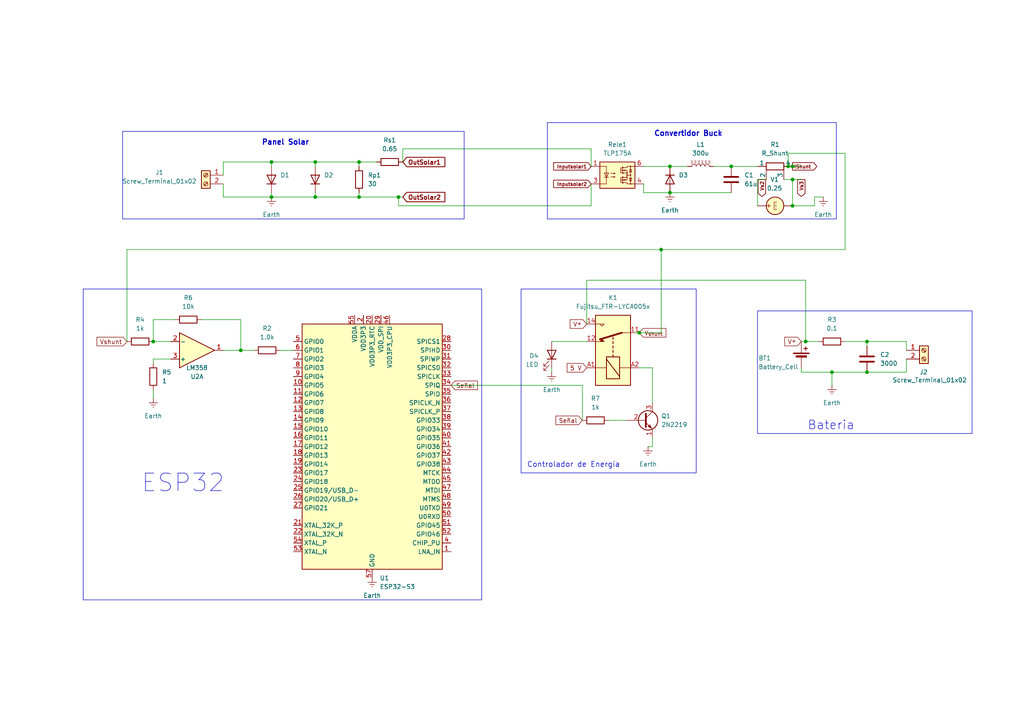
<source format=kicad_sch>
(kicad_sch
	(version 20231120)
	(generator "eeschema")
	(generator_version "8.0")
	(uuid "a848e2d4-fab4-4fff-9072-487e8726cbcd")
	(paper "A4")
	(title_block
		(title "Sistema de carga de batería con control de corriente ")
		(date "2025-03-30")
		(company "JOSE LOPEZ")
		(comment 1 "Esta es la versión 1")
	)
	(lib_symbols
		(symbol "Amplifier_Operational:LM358"
			(pin_names
				(offset 0.127)
			)
			(exclude_from_sim no)
			(in_bom yes)
			(on_board yes)
			(property "Reference" "U"
				(at 0 5.08 0)
				(effects
					(font
						(size 1.27 1.27)
					)
					(justify left)
				)
			)
			(property "Value" "LM358"
				(at 0 -5.08 0)
				(effects
					(font
						(size 1.27 1.27)
					)
					(justify left)
				)
			)
			(property "Footprint" ""
				(at 0 0 0)
				(effects
					(font
						(size 1.27 1.27)
					)
					(hide yes)
				)
			)
			(property "Datasheet" "http://www.ti.com/lit/ds/symlink/lm2904-n.pdf"
				(at 0 0 0)
				(effects
					(font
						(size 1.27 1.27)
					)
					(hide yes)
				)
			)
			(property "Description" "Low-Power, Dual Operational Amplifiers, DIP-8/SOIC-8/TO-99-8"
				(at 0 0 0)
				(effects
					(font
						(size 1.27 1.27)
					)
					(hide yes)
				)
			)
			(property "ki_locked" ""
				(at 0 0 0)
				(effects
					(font
						(size 1.27 1.27)
					)
				)
			)
			(property "ki_keywords" "dual opamp"
				(at 0 0 0)
				(effects
					(font
						(size 1.27 1.27)
					)
					(hide yes)
				)
			)
			(property "ki_fp_filters" "SOIC*3.9x4.9mm*P1.27mm* DIP*W7.62mm* TO*99* OnSemi*Micro8* TSSOP*3x3mm*P0.65mm* TSSOP*4.4x3mm*P0.65mm* MSOP*3x3mm*P0.65mm* SSOP*3.9x4.9mm*P0.635mm* LFCSP*2x2mm*P0.5mm* *SIP* SOIC*5.3x6.2mm*P1.27mm*"
				(at 0 0 0)
				(effects
					(font
						(size 1.27 1.27)
					)
					(hide yes)
				)
			)
			(symbol "LM358_1_1"
				(polyline
					(pts
						(xy -5.08 5.08) (xy 5.08 0) (xy -5.08 -5.08) (xy -5.08 5.08)
					)
					(stroke
						(width 0.254)
						(type default)
					)
					(fill
						(type background)
					)
				)
				(pin output line
					(at 7.62 0 180)
					(length 2.54)
					(name "~"
						(effects
							(font
								(size 1.27 1.27)
							)
						)
					)
					(number "1"
						(effects
							(font
								(size 1.27 1.27)
							)
						)
					)
				)
				(pin input line
					(at -7.62 -2.54 0)
					(length 2.54)
					(name "-"
						(effects
							(font
								(size 1.27 1.27)
							)
						)
					)
					(number "2"
						(effects
							(font
								(size 1.27 1.27)
							)
						)
					)
				)
				(pin input line
					(at -7.62 2.54 0)
					(length 2.54)
					(name "+"
						(effects
							(font
								(size 1.27 1.27)
							)
						)
					)
					(number "3"
						(effects
							(font
								(size 1.27 1.27)
							)
						)
					)
				)
			)
			(symbol "LM358_2_1"
				(polyline
					(pts
						(xy -5.08 5.08) (xy 5.08 0) (xy -5.08 -5.08) (xy -5.08 5.08)
					)
					(stroke
						(width 0.254)
						(type default)
					)
					(fill
						(type background)
					)
				)
				(pin input line
					(at -7.62 2.54 0)
					(length 2.54)
					(name "+"
						(effects
							(font
								(size 1.27 1.27)
							)
						)
					)
					(number "5"
						(effects
							(font
								(size 1.27 1.27)
							)
						)
					)
				)
				(pin input line
					(at -7.62 -2.54 0)
					(length 2.54)
					(name "-"
						(effects
							(font
								(size 1.27 1.27)
							)
						)
					)
					(number "6"
						(effects
							(font
								(size 1.27 1.27)
							)
						)
					)
				)
				(pin output line
					(at 7.62 0 180)
					(length 2.54)
					(name "~"
						(effects
							(font
								(size 1.27 1.27)
							)
						)
					)
					(number "7"
						(effects
							(font
								(size 1.27 1.27)
							)
						)
					)
				)
			)
			(symbol "LM358_3_1"
				(pin power_in line
					(at -2.54 -7.62 90)
					(length 3.81)
					(name "V-"
						(effects
							(font
								(size 1.27 1.27)
							)
						)
					)
					(number "4"
						(effects
							(font
								(size 1.27 1.27)
							)
						)
					)
				)
				(pin power_in line
					(at -2.54 7.62 270)
					(length 3.81)
					(name "V+"
						(effects
							(font
								(size 1.27 1.27)
							)
						)
					)
					(number "8"
						(effects
							(font
								(size 1.27 1.27)
							)
						)
					)
				)
			)
		)
		(symbol "Connector:Screw_Terminal_01x02"
			(pin_names
				(offset 1.016) hide)
			(exclude_from_sim no)
			(in_bom yes)
			(on_board yes)
			(property "Reference" "J"
				(at 0 2.54 0)
				(effects
					(font
						(size 1.27 1.27)
					)
				)
			)
			(property "Value" "Screw_Terminal_01x02"
				(at 0 -5.08 0)
				(effects
					(font
						(size 1.27 1.27)
					)
				)
			)
			(property "Footprint" ""
				(at 0 0 0)
				(effects
					(font
						(size 1.27 1.27)
					)
					(hide yes)
				)
			)
			(property "Datasheet" "~"
				(at 0 0 0)
				(effects
					(font
						(size 1.27 1.27)
					)
					(hide yes)
				)
			)
			(property "Description" "Generic screw terminal, single row, 01x02, script generated (kicad-library-utils/schlib/autogen/connector/)"
				(at 0 0 0)
				(effects
					(font
						(size 1.27 1.27)
					)
					(hide yes)
				)
			)
			(property "ki_keywords" "screw terminal"
				(at 0 0 0)
				(effects
					(font
						(size 1.27 1.27)
					)
					(hide yes)
				)
			)
			(property "ki_fp_filters" "TerminalBlock*:*"
				(at 0 0 0)
				(effects
					(font
						(size 1.27 1.27)
					)
					(hide yes)
				)
			)
			(symbol "Screw_Terminal_01x02_1_1"
				(rectangle
					(start -1.27 1.27)
					(end 1.27 -3.81)
					(stroke
						(width 0.254)
						(type default)
					)
					(fill
						(type background)
					)
				)
				(circle
					(center 0 -2.54)
					(radius 0.635)
					(stroke
						(width 0.1524)
						(type default)
					)
					(fill
						(type none)
					)
				)
				(polyline
					(pts
						(xy -0.5334 -2.2098) (xy 0.3302 -3.048)
					)
					(stroke
						(width 0.1524)
						(type default)
					)
					(fill
						(type none)
					)
				)
				(polyline
					(pts
						(xy -0.5334 0.3302) (xy 0.3302 -0.508)
					)
					(stroke
						(width 0.1524)
						(type default)
					)
					(fill
						(type none)
					)
				)
				(polyline
					(pts
						(xy -0.3556 -2.032) (xy 0.508 -2.8702)
					)
					(stroke
						(width 0.1524)
						(type default)
					)
					(fill
						(type none)
					)
				)
				(polyline
					(pts
						(xy -0.3556 0.508) (xy 0.508 -0.3302)
					)
					(stroke
						(width 0.1524)
						(type default)
					)
					(fill
						(type none)
					)
				)
				(circle
					(center 0 0)
					(radius 0.635)
					(stroke
						(width 0.1524)
						(type default)
					)
					(fill
						(type none)
					)
				)
				(pin passive line
					(at -5.08 0 0)
					(length 3.81)
					(name "Pin_1"
						(effects
							(font
								(size 1.27 1.27)
							)
						)
					)
					(number "1"
						(effects
							(font
								(size 1.27 1.27)
							)
						)
					)
				)
				(pin passive line
					(at -5.08 -2.54 0)
					(length 3.81)
					(name "Pin_2"
						(effects
							(font
								(size 1.27 1.27)
							)
						)
					)
					(number "2"
						(effects
							(font
								(size 1.27 1.27)
							)
						)
					)
				)
			)
		)
		(symbol "Device:Battery_Cell"
			(pin_numbers hide)
			(pin_names
				(offset 0) hide)
			(exclude_from_sim no)
			(in_bom yes)
			(on_board yes)
			(property "Reference" "BT"
				(at 2.54 2.54 0)
				(effects
					(font
						(size 1.27 1.27)
					)
					(justify left)
				)
			)
			(property "Value" "Battery_Cell"
				(at 2.54 0 0)
				(effects
					(font
						(size 1.27 1.27)
					)
					(justify left)
				)
			)
			(property "Footprint" ""
				(at 0 1.524 90)
				(effects
					(font
						(size 1.27 1.27)
					)
					(hide yes)
				)
			)
			(property "Datasheet" "~"
				(at 0 1.524 90)
				(effects
					(font
						(size 1.27 1.27)
					)
					(hide yes)
				)
			)
			(property "Description" "Single-cell battery"
				(at 0 0 0)
				(effects
					(font
						(size 1.27 1.27)
					)
					(hide yes)
				)
			)
			(property "ki_keywords" "battery cell"
				(at 0 0 0)
				(effects
					(font
						(size 1.27 1.27)
					)
					(hide yes)
				)
			)
			(symbol "Battery_Cell_0_1"
				(rectangle
					(start -2.286 1.778)
					(end 2.286 1.524)
					(stroke
						(width 0)
						(type default)
					)
					(fill
						(type outline)
					)
				)
				(rectangle
					(start -1.524 1.016)
					(end 1.524 0.508)
					(stroke
						(width 0)
						(type default)
					)
					(fill
						(type outline)
					)
				)
				(polyline
					(pts
						(xy 0 0.762) (xy 0 0)
					)
					(stroke
						(width 0)
						(type default)
					)
					(fill
						(type none)
					)
				)
				(polyline
					(pts
						(xy 0 1.778) (xy 0 2.54)
					)
					(stroke
						(width 0)
						(type default)
					)
					(fill
						(type none)
					)
				)
				(polyline
					(pts
						(xy 0.762 3.048) (xy 1.778 3.048)
					)
					(stroke
						(width 0.254)
						(type default)
					)
					(fill
						(type none)
					)
				)
				(polyline
					(pts
						(xy 1.27 3.556) (xy 1.27 2.54)
					)
					(stroke
						(width 0.254)
						(type default)
					)
					(fill
						(type none)
					)
				)
			)
			(symbol "Battery_Cell_1_1"
				(pin passive line
					(at 0 5.08 270)
					(length 2.54)
					(name "+"
						(effects
							(font
								(size 1.27 1.27)
							)
						)
					)
					(number "1"
						(effects
							(font
								(size 1.27 1.27)
							)
						)
					)
				)
				(pin passive line
					(at 0 -2.54 90)
					(length 2.54)
					(name "-"
						(effects
							(font
								(size 1.27 1.27)
							)
						)
					)
					(number "2"
						(effects
							(font
								(size 1.27 1.27)
							)
						)
					)
				)
			)
		)
		(symbol "Device:C"
			(pin_numbers hide)
			(pin_names
				(offset 0.254)
			)
			(exclude_from_sim no)
			(in_bom yes)
			(on_board yes)
			(property "Reference" "C"
				(at 0.635 2.54 0)
				(effects
					(font
						(size 1.27 1.27)
					)
					(justify left)
				)
			)
			(property "Value" "C"
				(at 0.635 -2.54 0)
				(effects
					(font
						(size 1.27 1.27)
					)
					(justify left)
				)
			)
			(property "Footprint" ""
				(at 0.9652 -3.81 0)
				(effects
					(font
						(size 1.27 1.27)
					)
					(hide yes)
				)
			)
			(property "Datasheet" "~"
				(at 0 0 0)
				(effects
					(font
						(size 1.27 1.27)
					)
					(hide yes)
				)
			)
			(property "Description" "Unpolarized capacitor"
				(at 0 0 0)
				(effects
					(font
						(size 1.27 1.27)
					)
					(hide yes)
				)
			)
			(property "ki_keywords" "cap capacitor"
				(at 0 0 0)
				(effects
					(font
						(size 1.27 1.27)
					)
					(hide yes)
				)
			)
			(property "ki_fp_filters" "C_*"
				(at 0 0 0)
				(effects
					(font
						(size 1.27 1.27)
					)
					(hide yes)
				)
			)
			(symbol "C_0_1"
				(polyline
					(pts
						(xy -2.032 -0.762) (xy 2.032 -0.762)
					)
					(stroke
						(width 0.508)
						(type default)
					)
					(fill
						(type none)
					)
				)
				(polyline
					(pts
						(xy -2.032 0.762) (xy 2.032 0.762)
					)
					(stroke
						(width 0.508)
						(type default)
					)
					(fill
						(type none)
					)
				)
			)
			(symbol "C_1_1"
				(pin passive line
					(at 0 3.81 270)
					(length 2.794)
					(name "~"
						(effects
							(font
								(size 1.27 1.27)
							)
						)
					)
					(number "1"
						(effects
							(font
								(size 1.27 1.27)
							)
						)
					)
				)
				(pin passive line
					(at 0 -3.81 90)
					(length 2.794)
					(name "~"
						(effects
							(font
								(size 1.27 1.27)
							)
						)
					)
					(number "2"
						(effects
							(font
								(size 1.27 1.27)
							)
						)
					)
				)
			)
		)
		(symbol "Device:LED"
			(pin_numbers hide)
			(pin_names
				(offset 1.016) hide)
			(exclude_from_sim no)
			(in_bom yes)
			(on_board yes)
			(property "Reference" "D"
				(at 0 2.54 0)
				(effects
					(font
						(size 1.27 1.27)
					)
				)
			)
			(property "Value" "LED"
				(at 0 -2.54 0)
				(effects
					(font
						(size 1.27 1.27)
					)
				)
			)
			(property "Footprint" ""
				(at 0 0 0)
				(effects
					(font
						(size 1.27 1.27)
					)
					(hide yes)
				)
			)
			(property "Datasheet" "~"
				(at 0 0 0)
				(effects
					(font
						(size 1.27 1.27)
					)
					(hide yes)
				)
			)
			(property "Description" "Light emitting diode"
				(at 0 0 0)
				(effects
					(font
						(size 1.27 1.27)
					)
					(hide yes)
				)
			)
			(property "ki_keywords" "LED diode"
				(at 0 0 0)
				(effects
					(font
						(size 1.27 1.27)
					)
					(hide yes)
				)
			)
			(property "ki_fp_filters" "LED* LED_SMD:* LED_THT:*"
				(at 0 0 0)
				(effects
					(font
						(size 1.27 1.27)
					)
					(hide yes)
				)
			)
			(symbol "LED_0_1"
				(polyline
					(pts
						(xy -1.27 -1.27) (xy -1.27 1.27)
					)
					(stroke
						(width 0.254)
						(type default)
					)
					(fill
						(type none)
					)
				)
				(polyline
					(pts
						(xy -1.27 0) (xy 1.27 0)
					)
					(stroke
						(width 0)
						(type default)
					)
					(fill
						(type none)
					)
				)
				(polyline
					(pts
						(xy 1.27 -1.27) (xy 1.27 1.27) (xy -1.27 0) (xy 1.27 -1.27)
					)
					(stroke
						(width 0.254)
						(type default)
					)
					(fill
						(type none)
					)
				)
				(polyline
					(pts
						(xy -3.048 -0.762) (xy -4.572 -2.286) (xy -3.81 -2.286) (xy -4.572 -2.286) (xy -4.572 -1.524)
					)
					(stroke
						(width 0)
						(type default)
					)
					(fill
						(type none)
					)
				)
				(polyline
					(pts
						(xy -1.778 -0.762) (xy -3.302 -2.286) (xy -2.54 -2.286) (xy -3.302 -2.286) (xy -3.302 -1.524)
					)
					(stroke
						(width 0)
						(type default)
					)
					(fill
						(type none)
					)
				)
			)
			(symbol "LED_1_1"
				(pin passive line
					(at -3.81 0 0)
					(length 2.54)
					(name "K"
						(effects
							(font
								(size 1.27 1.27)
							)
						)
					)
					(number "1"
						(effects
							(font
								(size 1.27 1.27)
							)
						)
					)
				)
				(pin passive line
					(at 3.81 0 180)
					(length 2.54)
					(name "A"
						(effects
							(font
								(size 1.27 1.27)
							)
						)
					)
					(number "2"
						(effects
							(font
								(size 1.27 1.27)
							)
						)
					)
				)
			)
		)
		(symbol "Device:L_Ferrite"
			(pin_numbers hide)
			(pin_names
				(offset 1.016) hide)
			(exclude_from_sim no)
			(in_bom yes)
			(on_board yes)
			(property "Reference" "L"
				(at -1.27 0 90)
				(effects
					(font
						(size 1.27 1.27)
					)
				)
			)
			(property "Value" "L_Ferrite"
				(at 2.794 0 90)
				(effects
					(font
						(size 1.27 1.27)
					)
				)
			)
			(property "Footprint" ""
				(at 0 0 0)
				(effects
					(font
						(size 1.27 1.27)
					)
					(hide yes)
				)
			)
			(property "Datasheet" "~"
				(at 0 0 0)
				(effects
					(font
						(size 1.27 1.27)
					)
					(hide yes)
				)
			)
			(property "Description" "Inductor with ferrite core"
				(at 0 0 0)
				(effects
					(font
						(size 1.27 1.27)
					)
					(hide yes)
				)
			)
			(property "ki_keywords" "inductor choke coil reactor magnetic"
				(at 0 0 0)
				(effects
					(font
						(size 1.27 1.27)
					)
					(hide yes)
				)
			)
			(property "ki_fp_filters" "Choke_* *Coil* Inductor_* L_*"
				(at 0 0 0)
				(effects
					(font
						(size 1.27 1.27)
					)
					(hide yes)
				)
			)
			(symbol "L_Ferrite_0_1"
				(arc
					(start 0 -2.54)
					(mid 0.6323 -1.905)
					(end 0 -1.27)
					(stroke
						(width 0)
						(type default)
					)
					(fill
						(type none)
					)
				)
				(arc
					(start 0 -1.27)
					(mid 0.6323 -0.635)
					(end 0 0)
					(stroke
						(width 0)
						(type default)
					)
					(fill
						(type none)
					)
				)
				(polyline
					(pts
						(xy 1.016 -2.794) (xy 1.016 -2.286)
					)
					(stroke
						(width 0)
						(type default)
					)
					(fill
						(type none)
					)
				)
				(polyline
					(pts
						(xy 1.016 -1.778) (xy 1.016 -1.27)
					)
					(stroke
						(width 0)
						(type default)
					)
					(fill
						(type none)
					)
				)
				(polyline
					(pts
						(xy 1.016 -0.762) (xy 1.016 -0.254)
					)
					(stroke
						(width 0)
						(type default)
					)
					(fill
						(type none)
					)
				)
				(polyline
					(pts
						(xy 1.016 0.254) (xy 1.016 0.762)
					)
					(stroke
						(width 0)
						(type default)
					)
					(fill
						(type none)
					)
				)
				(polyline
					(pts
						(xy 1.016 1.27) (xy 1.016 1.778)
					)
					(stroke
						(width 0)
						(type default)
					)
					(fill
						(type none)
					)
				)
				(polyline
					(pts
						(xy 1.016 2.286) (xy 1.016 2.794)
					)
					(stroke
						(width 0)
						(type default)
					)
					(fill
						(type none)
					)
				)
				(polyline
					(pts
						(xy 1.524 -2.286) (xy 1.524 -2.794)
					)
					(stroke
						(width 0)
						(type default)
					)
					(fill
						(type none)
					)
				)
				(polyline
					(pts
						(xy 1.524 -1.27) (xy 1.524 -1.778)
					)
					(stroke
						(width 0)
						(type default)
					)
					(fill
						(type none)
					)
				)
				(polyline
					(pts
						(xy 1.524 -0.254) (xy 1.524 -0.762)
					)
					(stroke
						(width 0)
						(type default)
					)
					(fill
						(type none)
					)
				)
				(polyline
					(pts
						(xy 1.524 0.762) (xy 1.524 0.254)
					)
					(stroke
						(width 0)
						(type default)
					)
					(fill
						(type none)
					)
				)
				(polyline
					(pts
						(xy 1.524 1.778) (xy 1.524 1.27)
					)
					(stroke
						(width 0)
						(type default)
					)
					(fill
						(type none)
					)
				)
				(polyline
					(pts
						(xy 1.524 2.794) (xy 1.524 2.286)
					)
					(stroke
						(width 0)
						(type default)
					)
					(fill
						(type none)
					)
				)
				(arc
					(start 0 0)
					(mid 0.6323 0.635)
					(end 0 1.27)
					(stroke
						(width 0)
						(type default)
					)
					(fill
						(type none)
					)
				)
				(arc
					(start 0 1.27)
					(mid 0.6323 1.905)
					(end 0 2.54)
					(stroke
						(width 0)
						(type default)
					)
					(fill
						(type none)
					)
				)
			)
			(symbol "L_Ferrite_1_1"
				(pin passive line
					(at 0 3.81 270)
					(length 1.27)
					(name "1"
						(effects
							(font
								(size 1.27 1.27)
							)
						)
					)
					(number "1"
						(effects
							(font
								(size 1.27 1.27)
							)
						)
					)
				)
				(pin passive line
					(at 0 -3.81 90)
					(length 1.27)
					(name "2"
						(effects
							(font
								(size 1.27 1.27)
							)
						)
					)
					(number "2"
						(effects
							(font
								(size 1.27 1.27)
							)
						)
					)
				)
			)
		)
		(symbol "Device:R"
			(pin_numbers hide)
			(pin_names
				(offset 0)
			)
			(exclude_from_sim no)
			(in_bom yes)
			(on_board yes)
			(property "Reference" "R"
				(at 2.032 0 90)
				(effects
					(font
						(size 1.27 1.27)
					)
				)
			)
			(property "Value" "R"
				(at 0 0 90)
				(effects
					(font
						(size 1.27 1.27)
					)
				)
			)
			(property "Footprint" ""
				(at -1.778 0 90)
				(effects
					(font
						(size 1.27 1.27)
					)
					(hide yes)
				)
			)
			(property "Datasheet" "~"
				(at 0 0 0)
				(effects
					(font
						(size 1.27 1.27)
					)
					(hide yes)
				)
			)
			(property "Description" "Resistor"
				(at 0 0 0)
				(effects
					(font
						(size 1.27 1.27)
					)
					(hide yes)
				)
			)
			(property "ki_keywords" "R res resistor"
				(at 0 0 0)
				(effects
					(font
						(size 1.27 1.27)
					)
					(hide yes)
				)
			)
			(property "ki_fp_filters" "R_*"
				(at 0 0 0)
				(effects
					(font
						(size 1.27 1.27)
					)
					(hide yes)
				)
			)
			(symbol "R_0_1"
				(rectangle
					(start -1.016 -2.54)
					(end 1.016 2.54)
					(stroke
						(width 0.254)
						(type default)
					)
					(fill
						(type none)
					)
				)
			)
			(symbol "R_1_1"
				(pin passive line
					(at 0 3.81 270)
					(length 1.27)
					(name "~"
						(effects
							(font
								(size 1.27 1.27)
							)
						)
					)
					(number "1"
						(effects
							(font
								(size 1.27 1.27)
							)
						)
					)
				)
				(pin passive line
					(at 0 -3.81 90)
					(length 1.27)
					(name "~"
						(effects
							(font
								(size 1.27 1.27)
							)
						)
					)
					(number "2"
						(effects
							(font
								(size 1.27 1.27)
							)
						)
					)
				)
			)
		)
		(symbol "Device:R_Shunt"
			(pin_numbers hide)
			(pin_names
				(offset 0)
			)
			(exclude_from_sim no)
			(in_bom yes)
			(on_board yes)
			(property "Reference" "R"
				(at -4.445 0 90)
				(effects
					(font
						(size 1.27 1.27)
					)
				)
			)
			(property "Value" "R_Shunt"
				(at -2.54 0 90)
				(effects
					(font
						(size 1.27 1.27)
					)
				)
			)
			(property "Footprint" ""
				(at -1.778 0 90)
				(effects
					(font
						(size 1.27 1.27)
					)
					(hide yes)
				)
			)
			(property "Datasheet" "~"
				(at 0 0 0)
				(effects
					(font
						(size 1.27 1.27)
					)
					(hide yes)
				)
			)
			(property "Description" "Shunt resistor"
				(at 0 0 0)
				(effects
					(font
						(size 1.27 1.27)
					)
					(hide yes)
				)
			)
			(property "ki_keywords" "R res shunt resistor"
				(at 0 0 0)
				(effects
					(font
						(size 1.27 1.27)
					)
					(hide yes)
				)
			)
			(property "ki_fp_filters" "R_*Shunt*"
				(at 0 0 0)
				(effects
					(font
						(size 1.27 1.27)
					)
					(hide yes)
				)
			)
			(symbol "R_Shunt_0_1"
				(rectangle
					(start -1.016 -2.54)
					(end 1.016 2.54)
					(stroke
						(width 0.254)
						(type default)
					)
					(fill
						(type none)
					)
				)
				(polyline
					(pts
						(xy 0 -2.54) (xy 1.27 -2.54)
					)
					(stroke
						(width 0)
						(type default)
					)
					(fill
						(type none)
					)
				)
				(polyline
					(pts
						(xy 1.27 2.54) (xy 0 2.54)
					)
					(stroke
						(width 0)
						(type default)
					)
					(fill
						(type none)
					)
				)
			)
			(symbol "R_Shunt_1_1"
				(pin passive line
					(at 0 5.08 270)
					(length 2.54)
					(name "1"
						(effects
							(font
								(size 1.27 1.27)
							)
						)
					)
					(number "1"
						(effects
							(font
								(size 1.27 1.27)
							)
						)
					)
				)
				(pin passive line
					(at 3.81 2.54 180)
					(length 2.54)
					(name "2"
						(effects
							(font
								(size 1.27 1.27)
							)
						)
					)
					(number "2"
						(effects
							(font
								(size 1.27 1.27)
							)
						)
					)
				)
				(pin passive line
					(at 3.81 -2.54 180)
					(length 2.54)
					(name "3"
						(effects
							(font
								(size 1.27 1.27)
							)
						)
					)
					(number "3"
						(effects
							(font
								(size 1.27 1.27)
							)
						)
					)
				)
				(pin passive line
					(at 0 -5.08 90)
					(length 2.54)
					(name "4"
						(effects
							(font
								(size 1.27 1.27)
							)
						)
					)
					(number "4"
						(effects
							(font
								(size 1.27 1.27)
							)
						)
					)
				)
			)
		)
		(symbol "Diode:1N4148"
			(pin_numbers hide)
			(pin_names hide)
			(exclude_from_sim no)
			(in_bom yes)
			(on_board yes)
			(property "Reference" "D"
				(at 0 2.54 0)
				(effects
					(font
						(size 1.27 1.27)
					)
				)
			)
			(property "Value" "1N4148"
				(at 0 -2.54 0)
				(effects
					(font
						(size 1.27 1.27)
					)
				)
			)
			(property "Footprint" "Diode_THT:D_DO-35_SOD27_P7.62mm_Horizontal"
				(at 0 0 0)
				(effects
					(font
						(size 1.27 1.27)
					)
					(hide yes)
				)
			)
			(property "Datasheet" "https://assets.nexperia.com/documents/data-sheet/1N4148_1N4448.pdf"
				(at 0 0 0)
				(effects
					(font
						(size 1.27 1.27)
					)
					(hide yes)
				)
			)
			(property "Description" "100V 0.15A standard switching diode, DO-35"
				(at 0 0 0)
				(effects
					(font
						(size 1.27 1.27)
					)
					(hide yes)
				)
			)
			(property "Sim.Device" "D"
				(at 0 0 0)
				(effects
					(font
						(size 1.27 1.27)
					)
					(hide yes)
				)
			)
			(property "Sim.Pins" "1=K 2=A"
				(at 0 0 0)
				(effects
					(font
						(size 1.27 1.27)
					)
					(hide yes)
				)
			)
			(property "ki_keywords" "diode"
				(at 0 0 0)
				(effects
					(font
						(size 1.27 1.27)
					)
					(hide yes)
				)
			)
			(property "ki_fp_filters" "D*DO?35*"
				(at 0 0 0)
				(effects
					(font
						(size 1.27 1.27)
					)
					(hide yes)
				)
			)
			(symbol "1N4148_0_1"
				(polyline
					(pts
						(xy -1.27 1.27) (xy -1.27 -1.27)
					)
					(stroke
						(width 0.254)
						(type default)
					)
					(fill
						(type none)
					)
				)
				(polyline
					(pts
						(xy 1.27 0) (xy -1.27 0)
					)
					(stroke
						(width 0)
						(type default)
					)
					(fill
						(type none)
					)
				)
				(polyline
					(pts
						(xy 1.27 1.27) (xy 1.27 -1.27) (xy -1.27 0) (xy 1.27 1.27)
					)
					(stroke
						(width 0.254)
						(type default)
					)
					(fill
						(type none)
					)
				)
			)
			(symbol "1N4148_1_1"
				(pin passive line
					(at -3.81 0 0)
					(length 2.54)
					(name "K"
						(effects
							(font
								(size 1.27 1.27)
							)
						)
					)
					(number "1"
						(effects
							(font
								(size 1.27 1.27)
							)
						)
					)
				)
				(pin passive line
					(at 3.81 0 180)
					(length 2.54)
					(name "A"
						(effects
							(font
								(size 1.27 1.27)
							)
						)
					)
					(number "2"
						(effects
							(font
								(size 1.27 1.27)
							)
						)
					)
				)
			)
		)
		(symbol "Diode:1N5408"
			(pin_numbers hide)
			(pin_names hide)
			(exclude_from_sim no)
			(in_bom yes)
			(on_board yes)
			(property "Reference" "D"
				(at 0 2.54 0)
				(effects
					(font
						(size 1.27 1.27)
					)
				)
			)
			(property "Value" "1N5408"
				(at 0 -2.54 0)
				(effects
					(font
						(size 1.27 1.27)
					)
				)
			)
			(property "Footprint" "Diode_THT:D_DO-201AD_P15.24mm_Horizontal"
				(at 0 -4.445 0)
				(effects
					(font
						(size 1.27 1.27)
					)
					(hide yes)
				)
			)
			(property "Datasheet" "http://www.vishay.com/docs/88516/1n5400.pdf"
				(at 0 0 0)
				(effects
					(font
						(size 1.27 1.27)
					)
					(hide yes)
				)
			)
			(property "Description" "1000V 3A General Purpose Rectifier Diode, DO-201AD"
				(at 0 0 0)
				(effects
					(font
						(size 1.27 1.27)
					)
					(hide yes)
				)
			)
			(property "Sim.Device" "D"
				(at 0 0 0)
				(effects
					(font
						(size 1.27 1.27)
					)
					(hide yes)
				)
			)
			(property "Sim.Pins" "1=K 2=A"
				(at 0 0 0)
				(effects
					(font
						(size 1.27 1.27)
					)
					(hide yes)
				)
			)
			(property "ki_keywords" "diode"
				(at 0 0 0)
				(effects
					(font
						(size 1.27 1.27)
					)
					(hide yes)
				)
			)
			(property "ki_fp_filters" "D*DO?201AD*"
				(at 0 0 0)
				(effects
					(font
						(size 1.27 1.27)
					)
					(hide yes)
				)
			)
			(symbol "1N5408_0_1"
				(polyline
					(pts
						(xy -1.27 1.27) (xy -1.27 -1.27)
					)
					(stroke
						(width 0.254)
						(type default)
					)
					(fill
						(type none)
					)
				)
				(polyline
					(pts
						(xy 1.27 0) (xy -1.27 0)
					)
					(stroke
						(width 0)
						(type default)
					)
					(fill
						(type none)
					)
				)
				(polyline
					(pts
						(xy 1.27 1.27) (xy 1.27 -1.27) (xy -1.27 0) (xy 1.27 1.27)
					)
					(stroke
						(width 0.254)
						(type default)
					)
					(fill
						(type none)
					)
				)
			)
			(symbol "1N5408_1_1"
				(pin passive line
					(at -3.81 0 0)
					(length 2.54)
					(name "K"
						(effects
							(font
								(size 1.27 1.27)
							)
						)
					)
					(number "1"
						(effects
							(font
								(size 1.27 1.27)
							)
						)
					)
				)
				(pin passive line
					(at 3.81 0 180)
					(length 2.54)
					(name "A"
						(effects
							(font
								(size 1.27 1.27)
							)
						)
					)
					(number "2"
						(effects
							(font
								(size 1.27 1.27)
							)
						)
					)
				)
			)
		)
		(symbol "MCU_Espressif:ESP32-S3"
			(exclude_from_sim no)
			(in_bom yes)
			(on_board yes)
			(property "Reference" "U"
				(at 10.16 -38.1 0)
				(effects
					(font
						(size 1.27 1.27)
					)
				)
			)
			(property "Value" "ESP32-S3"
				(at 13.97 -40.64 0)
				(effects
					(font
						(size 1.27 1.27)
					)
				)
			)
			(property "Footprint" "Package_DFN_QFN:QFN-56-1EP_7x7mm_P0.4mm_EP4x4mm"
				(at 0 -48.26 0)
				(effects
					(font
						(size 1.27 1.27)
					)
					(hide yes)
				)
			)
			(property "Datasheet" "https://www.espressif.com/sites/default/files/documentation/esp32-s3_datasheet_en.pdf"
				(at 0 0 0)
				(effects
					(font
						(size 1.27 1.27)
					)
					(hide yes)
				)
			)
			(property "Description" "Microcontroller, Wi-Fi 802.11b/g/n, Bluetooth, 32bit"
				(at 0 0 0)
				(effects
					(font
						(size 1.27 1.27)
					)
					(hide yes)
				)
			)
			(property "ki_keywords" "Microcontroller Wi-Fi BT ESP ESP32 Espressif"
				(at 0 0 0)
				(effects
					(font
						(size 1.27 1.27)
					)
					(hide yes)
				)
			)
			(property "ki_fp_filters" "QFN*1EP*7x7mm*P0.4mm*"
				(at 0 0 0)
				(effects
					(font
						(size 1.27 1.27)
					)
					(hide yes)
				)
			)
			(symbol "ESP32-S3_0_1"
				(rectangle
					(start -20.32 35.56)
					(end 20.32 -35.56)
					(stroke
						(width 0.254)
						(type default)
					)
					(fill
						(type background)
					)
				)
			)
			(symbol "ESP32-S3_1_0"
				(pin bidirectional line
					(at 22.86 12.7 180)
					(length 2.54)
					(name "SPICLK_N"
						(effects
							(font
								(size 1.27 1.27)
							)
						)
					)
					(number "36"
						(effects
							(font
								(size 1.27 1.27)
							)
						)
					)
				)
				(pin bidirectional line
					(at 22.86 -10.16 180)
					(length 2.54)
					(name "MTDO"
						(effects
							(font
								(size 1.27 1.27)
							)
						)
					)
					(number "45"
						(effects
							(font
								(size 1.27 1.27)
							)
						)
					)
				)
				(pin bidirectional line
					(at 22.86 -22.86 180)
					(length 2.54)
					(name "GPIO45"
						(effects
							(font
								(size 1.27 1.27)
							)
						)
					)
					(number "51"
						(effects
							(font
								(size 1.27 1.27)
							)
						)
					)
				)
				(pin passive line
					(at -5.08 38.1 270)
					(length 2.54) hide
					(name "VDDA"
						(effects
							(font
								(size 1.27 1.27)
							)
						)
					)
					(number "56"
						(effects
							(font
								(size 1.27 1.27)
							)
						)
					)
				)
			)
			(symbol "ESP32-S3_1_1"
				(pin bidirectional line
					(at 22.86 -30.48 180)
					(length 2.54)
					(name "LNA_IN"
						(effects
							(font
								(size 1.27 1.27)
							)
						)
					)
					(number "1"
						(effects
							(font
								(size 1.27 1.27)
							)
						)
					)
				)
				(pin bidirectional line
					(at -22.86 17.78 0)
					(length 2.54)
					(name "GPIO5"
						(effects
							(font
								(size 1.27 1.27)
							)
						)
					)
					(number "10"
						(effects
							(font
								(size 1.27 1.27)
							)
						)
					)
				)
				(pin bidirectional line
					(at -22.86 15.24 0)
					(length 2.54)
					(name "GPIO6"
						(effects
							(font
								(size 1.27 1.27)
							)
						)
					)
					(number "11"
						(effects
							(font
								(size 1.27 1.27)
							)
						)
					)
				)
				(pin bidirectional line
					(at -22.86 12.7 0)
					(length 2.54)
					(name "GPIO7"
						(effects
							(font
								(size 1.27 1.27)
							)
						)
					)
					(number "12"
						(effects
							(font
								(size 1.27 1.27)
							)
						)
					)
				)
				(pin bidirectional line
					(at -22.86 10.16 0)
					(length 2.54)
					(name "GPIO8"
						(effects
							(font
								(size 1.27 1.27)
							)
						)
					)
					(number "13"
						(effects
							(font
								(size 1.27 1.27)
							)
						)
					)
				)
				(pin bidirectional line
					(at -22.86 7.62 0)
					(length 2.54)
					(name "GPIO9"
						(effects
							(font
								(size 1.27 1.27)
							)
						)
					)
					(number "14"
						(effects
							(font
								(size 1.27 1.27)
							)
						)
					)
				)
				(pin bidirectional line
					(at -22.86 5.08 0)
					(length 2.54)
					(name "GPIO10"
						(effects
							(font
								(size 1.27 1.27)
							)
						)
					)
					(number "15"
						(effects
							(font
								(size 1.27 1.27)
							)
						)
					)
				)
				(pin bidirectional line
					(at -22.86 2.54 0)
					(length 2.54)
					(name "GPIO11"
						(effects
							(font
								(size 1.27 1.27)
							)
						)
					)
					(number "16"
						(effects
							(font
								(size 1.27 1.27)
							)
						)
					)
				)
				(pin bidirectional line
					(at -22.86 0 0)
					(length 2.54)
					(name "GPIO12"
						(effects
							(font
								(size 1.27 1.27)
							)
						)
					)
					(number "17"
						(effects
							(font
								(size 1.27 1.27)
							)
						)
					)
				)
				(pin bidirectional line
					(at -22.86 -2.54 0)
					(length 2.54)
					(name "GPIO13"
						(effects
							(font
								(size 1.27 1.27)
							)
						)
					)
					(number "18"
						(effects
							(font
								(size 1.27 1.27)
							)
						)
					)
				)
				(pin bidirectional line
					(at -22.86 -5.08 0)
					(length 2.54)
					(name "GPIO14"
						(effects
							(font
								(size 1.27 1.27)
							)
						)
					)
					(number "19"
						(effects
							(font
								(size 1.27 1.27)
							)
						)
					)
				)
				(pin power_in line
					(at -2.54 38.1 270)
					(length 2.54)
					(name "VDD3P3"
						(effects
							(font
								(size 1.27 1.27)
							)
						)
					)
					(number "2"
						(effects
							(font
								(size 1.27 1.27)
							)
						)
					)
				)
				(pin power_in line
					(at 0 38.1 270)
					(length 2.54)
					(name "VDD3P3_RTC"
						(effects
							(font
								(size 1.27 1.27)
							)
						)
					)
					(number "20"
						(effects
							(font
								(size 1.27 1.27)
							)
						)
					)
				)
				(pin passive line
					(at -22.86 -22.86 0)
					(length 2.54)
					(name "XTAL_32K_P"
						(effects
							(font
								(size 1.27 1.27)
							)
						)
					)
					(number "21"
						(effects
							(font
								(size 1.27 1.27)
							)
						)
					)
				)
				(pin passive line
					(at -22.86 -25.4 0)
					(length 2.54)
					(name "XTAL_32K_N"
						(effects
							(font
								(size 1.27 1.27)
							)
						)
					)
					(number "22"
						(effects
							(font
								(size 1.27 1.27)
							)
						)
					)
				)
				(pin bidirectional line
					(at -22.86 -7.62 0)
					(length 2.54)
					(name "GPIO17"
						(effects
							(font
								(size 1.27 1.27)
							)
						)
					)
					(number "23"
						(effects
							(font
								(size 1.27 1.27)
							)
						)
					)
				)
				(pin bidirectional line
					(at -22.86 -10.16 0)
					(length 2.54)
					(name "GPIO18"
						(effects
							(font
								(size 1.27 1.27)
							)
						)
					)
					(number "24"
						(effects
							(font
								(size 1.27 1.27)
							)
						)
					)
				)
				(pin bidirectional line
					(at -22.86 -12.7 0)
					(length 2.54)
					(name "GPIO19/USB_D-"
						(effects
							(font
								(size 1.27 1.27)
							)
						)
					)
					(number "25"
						(effects
							(font
								(size 1.27 1.27)
							)
						)
					)
				)
				(pin bidirectional line
					(at -22.86 -15.24 0)
					(length 2.54)
					(name "GPIO20/USB_D+"
						(effects
							(font
								(size 1.27 1.27)
							)
						)
					)
					(number "26"
						(effects
							(font
								(size 1.27 1.27)
							)
						)
					)
				)
				(pin bidirectional line
					(at -22.86 -17.78 0)
					(length 2.54)
					(name "GPIO21"
						(effects
							(font
								(size 1.27 1.27)
							)
						)
					)
					(number "27"
						(effects
							(font
								(size 1.27 1.27)
							)
						)
					)
				)
				(pin bidirectional line
					(at 22.86 30.48 180)
					(length 2.54)
					(name "SPICS1"
						(effects
							(font
								(size 1.27 1.27)
							)
						)
					)
					(number "28"
						(effects
							(font
								(size 1.27 1.27)
							)
						)
					)
				)
				(pin power_in line
					(at 2.54 38.1 270)
					(length 2.54)
					(name "VDD_SPI"
						(effects
							(font
								(size 1.27 1.27)
							)
						)
					)
					(number "29"
						(effects
							(font
								(size 1.27 1.27)
							)
						)
					)
				)
				(pin passive line
					(at -2.54 38.1 270)
					(length 2.54) hide
					(name "VDD3P3"
						(effects
							(font
								(size 1.27 1.27)
							)
						)
					)
					(number "3"
						(effects
							(font
								(size 1.27 1.27)
							)
						)
					)
				)
				(pin bidirectional line
					(at 22.86 27.94 180)
					(length 2.54)
					(name "SPIHD"
						(effects
							(font
								(size 1.27 1.27)
							)
						)
					)
					(number "30"
						(effects
							(font
								(size 1.27 1.27)
							)
						)
					)
				)
				(pin bidirectional line
					(at 22.86 25.4 180)
					(length 2.54)
					(name "SPIWP"
						(effects
							(font
								(size 1.27 1.27)
							)
						)
					)
					(number "31"
						(effects
							(font
								(size 1.27 1.27)
							)
						)
					)
				)
				(pin bidirectional line
					(at 22.86 22.86 180)
					(length 2.54)
					(name "SPICS0"
						(effects
							(font
								(size 1.27 1.27)
							)
						)
					)
					(number "32"
						(effects
							(font
								(size 1.27 1.27)
							)
						)
					)
				)
				(pin bidirectional line
					(at 22.86 20.32 180)
					(length 2.54)
					(name "SPICLK"
						(effects
							(font
								(size 1.27 1.27)
							)
						)
					)
					(number "33"
						(effects
							(font
								(size 1.27 1.27)
							)
						)
					)
				)
				(pin bidirectional line
					(at 22.86 17.78 180)
					(length 2.54)
					(name "SPIQ"
						(effects
							(font
								(size 1.27 1.27)
							)
						)
					)
					(number "34"
						(effects
							(font
								(size 1.27 1.27)
							)
						)
					)
				)
				(pin bidirectional line
					(at 22.86 15.24 180)
					(length 2.54)
					(name "SPID"
						(effects
							(font
								(size 1.27 1.27)
							)
						)
					)
					(number "35"
						(effects
							(font
								(size 1.27 1.27)
							)
						)
					)
				)
				(pin bidirectional line
					(at 22.86 10.16 180)
					(length 2.54)
					(name "SPICLK_P"
						(effects
							(font
								(size 1.27 1.27)
							)
						)
					)
					(number "37"
						(effects
							(font
								(size 1.27 1.27)
							)
						)
					)
				)
				(pin bidirectional line
					(at 22.86 7.62 180)
					(length 2.54)
					(name "GPIO33"
						(effects
							(font
								(size 1.27 1.27)
							)
						)
					)
					(number "38"
						(effects
							(font
								(size 1.27 1.27)
							)
						)
					)
				)
				(pin bidirectional line
					(at 22.86 5.08 180)
					(length 2.54)
					(name "GPIO34"
						(effects
							(font
								(size 1.27 1.27)
							)
						)
					)
					(number "39"
						(effects
							(font
								(size 1.27 1.27)
							)
						)
					)
				)
				(pin input line
					(at 22.86 -27.94 180)
					(length 2.54)
					(name "CHIP_PU"
						(effects
							(font
								(size 1.27 1.27)
							)
						)
					)
					(number "4"
						(effects
							(font
								(size 1.27 1.27)
							)
						)
					)
				)
				(pin bidirectional line
					(at 22.86 2.54 180)
					(length 2.54)
					(name "GPIO35"
						(effects
							(font
								(size 1.27 1.27)
							)
						)
					)
					(number "40"
						(effects
							(font
								(size 1.27 1.27)
							)
						)
					)
				)
				(pin bidirectional line
					(at 22.86 0 180)
					(length 2.54)
					(name "GPIO36"
						(effects
							(font
								(size 1.27 1.27)
							)
						)
					)
					(number "41"
						(effects
							(font
								(size 1.27 1.27)
							)
						)
					)
				)
				(pin bidirectional line
					(at 22.86 -2.54 180)
					(length 2.54)
					(name "GPIO37"
						(effects
							(font
								(size 1.27 1.27)
							)
						)
					)
					(number "42"
						(effects
							(font
								(size 1.27 1.27)
							)
						)
					)
				)
				(pin bidirectional line
					(at 22.86 -5.08 180)
					(length 2.54)
					(name "GPIO38"
						(effects
							(font
								(size 1.27 1.27)
							)
						)
					)
					(number "43"
						(effects
							(font
								(size 1.27 1.27)
							)
						)
					)
				)
				(pin bidirectional line
					(at 22.86 -7.62 180)
					(length 2.54)
					(name "MTCK"
						(effects
							(font
								(size 1.27 1.27)
							)
						)
					)
					(number "44"
						(effects
							(font
								(size 1.27 1.27)
							)
						)
					)
				)
				(pin power_in line
					(at 5.08 38.1 270)
					(length 2.54)
					(name "VDD3P3_CPU"
						(effects
							(font
								(size 1.27 1.27)
							)
						)
					)
					(number "46"
						(effects
							(font
								(size 1.27 1.27)
							)
						)
					)
				)
				(pin bidirectional line
					(at 22.86 -12.7 180)
					(length 2.54)
					(name "MTDI"
						(effects
							(font
								(size 1.27 1.27)
							)
						)
					)
					(number "47"
						(effects
							(font
								(size 1.27 1.27)
							)
						)
					)
				)
				(pin bidirectional line
					(at 22.86 -15.24 180)
					(length 2.54)
					(name "MTMS"
						(effects
							(font
								(size 1.27 1.27)
							)
						)
					)
					(number "48"
						(effects
							(font
								(size 1.27 1.27)
							)
						)
					)
				)
				(pin bidirectional line
					(at 22.86 -17.78 180)
					(length 2.54)
					(name "U0TXD"
						(effects
							(font
								(size 1.27 1.27)
							)
						)
					)
					(number "49"
						(effects
							(font
								(size 1.27 1.27)
							)
						)
					)
				)
				(pin bidirectional line
					(at -22.86 30.48 0)
					(length 2.54)
					(name "GPIO0"
						(effects
							(font
								(size 1.27 1.27)
							)
						)
					)
					(number "5"
						(effects
							(font
								(size 1.27 1.27)
							)
						)
					)
				)
				(pin bidirectional line
					(at 22.86 -20.32 180)
					(length 2.54)
					(name "U0RXD"
						(effects
							(font
								(size 1.27 1.27)
							)
						)
					)
					(number "50"
						(effects
							(font
								(size 1.27 1.27)
							)
						)
					)
				)
				(pin bidirectional line
					(at 22.86 -25.4 180)
					(length 2.54)
					(name "GPIO46"
						(effects
							(font
								(size 1.27 1.27)
							)
						)
					)
					(number "52"
						(effects
							(font
								(size 1.27 1.27)
							)
						)
					)
				)
				(pin output line
					(at -22.86 -30.48 0)
					(length 2.54)
					(name "XTAL_N"
						(effects
							(font
								(size 1.27 1.27)
							)
						)
					)
					(number "53"
						(effects
							(font
								(size 1.27 1.27)
							)
						)
					)
				)
				(pin input line
					(at -22.86 -27.94 0)
					(length 2.54)
					(name "XTAL_P"
						(effects
							(font
								(size 1.27 1.27)
							)
						)
					)
					(number "54"
						(effects
							(font
								(size 1.27 1.27)
							)
						)
					)
				)
				(pin power_in line
					(at -5.08 38.1 270)
					(length 2.54)
					(name "VDDA"
						(effects
							(font
								(size 1.27 1.27)
							)
						)
					)
					(number "55"
						(effects
							(font
								(size 1.27 1.27)
							)
						)
					)
				)
				(pin power_in line
					(at 0 -38.1 90)
					(length 2.54)
					(name "GND"
						(effects
							(font
								(size 1.27 1.27)
							)
						)
					)
					(number "57"
						(effects
							(font
								(size 1.27 1.27)
							)
						)
					)
				)
				(pin bidirectional line
					(at -22.86 27.94 0)
					(length 2.54)
					(name "GPIO1"
						(effects
							(font
								(size 1.27 1.27)
							)
						)
					)
					(number "6"
						(effects
							(font
								(size 1.27 1.27)
							)
						)
					)
				)
				(pin bidirectional line
					(at -22.86 25.4 0)
					(length 2.54)
					(name "GPIO2"
						(effects
							(font
								(size 1.27 1.27)
							)
						)
					)
					(number "7"
						(effects
							(font
								(size 1.27 1.27)
							)
						)
					)
				)
				(pin bidirectional line
					(at -22.86 22.86 0)
					(length 2.54)
					(name "GPIO3"
						(effects
							(font
								(size 1.27 1.27)
							)
						)
					)
					(number "8"
						(effects
							(font
								(size 1.27 1.27)
							)
						)
					)
				)
				(pin bidirectional line
					(at -22.86 20.32 0)
					(length 2.54)
					(name "GPIO4"
						(effects
							(font
								(size 1.27 1.27)
							)
						)
					)
					(number "9"
						(effects
							(font
								(size 1.27 1.27)
							)
						)
					)
				)
			)
		)
		(symbol "Relay:Fujitsu_FTR-LYCA005x"
			(exclude_from_sim no)
			(in_bom yes)
			(on_board yes)
			(property "Reference" "K"
				(at 11.43 3.81 0)
				(effects
					(font
						(size 1.27 1.27)
					)
					(justify left)
				)
			)
			(property "Value" "Fujitsu_FTR-LYCA005x"
				(at 11.43 1.27 0)
				(effects
					(font
						(size 1.27 1.27)
					)
					(justify left)
				)
			)
			(property "Footprint" "Relay_THT:Relay_SPDT_Fujitsu_FTR-LYCA005x_FormC_Vertical"
				(at 11.43 -1.27 0)
				(effects
					(font
						(size 1.27 1.27)
					)
					(justify left)
					(hide yes)
				)
			)
			(property "Datasheet" "https://www.fujitsu.com/sg/imagesgig5/ftr-ly.pdf"
				(at 16.51 -3.81 0)
				(effects
					(font
						(size 1.27 1.27)
					)
					(justify left)
					(hide yes)
				)
			)
			(property "Description" "Relay, SPDT Form C, vertical mount, 5-60V coil, 6A, 250VAC, 28 x 5 x 15mm"
				(at 0 0 0)
				(effects
					(font
						(size 1.27 1.27)
					)
					(hide yes)
				)
			)
			(property "ki_keywords" "6A SPDT Relay"
				(at 0 0 0)
				(effects
					(font
						(size 1.27 1.27)
					)
					(hide yes)
				)
			)
			(property "ki_fp_filters" "Relay*Fujitsu*FTR?LYC*"
				(at 0 0 0)
				(effects
					(font
						(size 1.27 1.27)
					)
					(hide yes)
				)
			)
			(symbol "Fujitsu_FTR-LYCA005x_0_0"
				(polyline
					(pts
						(xy 7.62 5.08) (xy 7.62 2.54) (xy 6.985 3.175) (xy 7.62 3.81)
					)
					(stroke
						(width 0)
						(type default)
					)
					(fill
						(type none)
					)
				)
			)
			(symbol "Fujitsu_FTR-LYCA005x_0_1"
				(rectangle
					(start -10.16 5.08)
					(end 10.16 -5.08)
					(stroke
						(width 0.254)
						(type default)
					)
					(fill
						(type background)
					)
				)
				(rectangle
					(start -8.255 1.905)
					(end -1.905 -1.905)
					(stroke
						(width 0.254)
						(type default)
					)
					(fill
						(type none)
					)
				)
				(polyline
					(pts
						(xy -7.62 -1.905) (xy -2.54 1.905)
					)
					(stroke
						(width 0.254)
						(type default)
					)
					(fill
						(type none)
					)
				)
				(polyline
					(pts
						(xy -5.08 -5.08) (xy -5.08 -1.905)
					)
					(stroke
						(width 0)
						(type default)
					)
					(fill
						(type none)
					)
				)
				(polyline
					(pts
						(xy -5.08 5.08) (xy -5.08 1.905)
					)
					(stroke
						(width 0)
						(type default)
					)
					(fill
						(type none)
					)
				)
				(polyline
					(pts
						(xy -1.905 0) (xy -1.27 0)
					)
					(stroke
						(width 0.254)
						(type default)
					)
					(fill
						(type none)
					)
				)
				(polyline
					(pts
						(xy -0.635 0) (xy 0 0)
					)
					(stroke
						(width 0.254)
						(type default)
					)
					(fill
						(type none)
					)
				)
				(polyline
					(pts
						(xy 0.635 0) (xy 1.27 0)
					)
					(stroke
						(width 0.254)
						(type default)
					)
					(fill
						(type none)
					)
				)
				(polyline
					(pts
						(xy 1.905 0) (xy 2.54 0)
					)
					(stroke
						(width 0.254)
						(type default)
					)
					(fill
						(type none)
					)
				)
				(polyline
					(pts
						(xy 3.175 0) (xy 3.81 0)
					)
					(stroke
						(width 0.254)
						(type default)
					)
					(fill
						(type none)
					)
				)
				(polyline
					(pts
						(xy 5.08 -2.54) (xy 3.175 3.81)
					)
					(stroke
						(width 0.508)
						(type default)
					)
					(fill
						(type none)
					)
				)
				(polyline
					(pts
						(xy 5.08 -2.54) (xy 5.08 -5.08)
					)
					(stroke
						(width 0)
						(type default)
					)
					(fill
						(type none)
					)
				)
				(polyline
					(pts
						(xy 2.54 5.08) (xy 2.54 2.54) (xy 3.175 3.175) (xy 2.54 3.81)
					)
					(stroke
						(width 0)
						(type default)
					)
					(fill
						(type outline)
					)
				)
			)
			(symbol "Fujitsu_FTR-LYCA005x_1_1"
				(pin passive line
					(at 5.08 -7.62 90)
					(length 2.54)
					(name "~"
						(effects
							(font
								(size 1.27 1.27)
							)
						)
					)
					(number "11"
						(effects
							(font
								(size 1.27 1.27)
							)
						)
					)
				)
				(pin passive line
					(at 2.54 7.62 270)
					(length 2.54)
					(name "~"
						(effects
							(font
								(size 1.27 1.27)
							)
						)
					)
					(number "12"
						(effects
							(font
								(size 1.27 1.27)
							)
						)
					)
				)
				(pin passive line
					(at 7.62 7.62 270)
					(length 2.54)
					(name "~"
						(effects
							(font
								(size 1.27 1.27)
							)
						)
					)
					(number "14"
						(effects
							(font
								(size 1.27 1.27)
							)
						)
					)
				)
				(pin passive line
					(at -5.08 7.62 270)
					(length 2.54)
					(name "~"
						(effects
							(font
								(size 1.27 1.27)
							)
						)
					)
					(number "A1"
						(effects
							(font
								(size 1.27 1.27)
							)
						)
					)
				)
				(pin passive line
					(at -5.08 -7.62 90)
					(length 2.54)
					(name "~"
						(effects
							(font
								(size 1.27 1.27)
							)
						)
					)
					(number "A2"
						(effects
							(font
								(size 1.27 1.27)
							)
						)
					)
				)
			)
		)
		(symbol "Relay_SolidState:TLP175A"
			(exclude_from_sim no)
			(in_bom yes)
			(on_board yes)
			(property "Reference" "U"
				(at -5.08 4.953 0)
				(effects
					(font
						(size 1.27 1.27)
					)
					(justify left)
				)
			)
			(property "Value" "TLP175A"
				(at -5.08 -5.08 0)
				(effects
					(font
						(size 1.27 1.27)
					)
					(justify left)
				)
			)
			(property "Footprint" "Package_SO:MFSOP6-4_4.4x3.6mm_P1.27mm"
				(at 0 -7.62 0)
				(effects
					(font
						(size 1.27 1.27)
						(italic yes)
					)
					(hide yes)
				)
			)
			(property "Datasheet" "https://toshiba.semicon-storage.com/info/docget.jsp?did=13665&prodName=TLP175A"
				(at 0 0 0)
				(effects
					(font
						(size 1.27 1.27)
					)
					(justify left)
					(hide yes)
				)
			)
			(property "Description" "MOSFET Photorelay 1-Form-A, Voff 60V, Ion 100mA, SOP6"
				(at 0 0 0)
				(effects
					(font
						(size 1.27 1.27)
					)
					(hide yes)
				)
			)
			(property "ki_keywords" "MOSFET Output Photorelay 1-Form-A"
				(at 0 0 0)
				(effects
					(font
						(size 1.27 1.27)
					)
					(hide yes)
				)
			)
			(property "ki_fp_filters" "MFSOP6*4.4x3.6mm*P1.27mm*"
				(at 0 0 0)
				(effects
					(font
						(size 1.27 1.27)
					)
					(hide yes)
				)
			)
			(symbol "TLP175A_0_1"
				(rectangle
					(start -5.08 3.81)
					(end 5.08 -3.81)
					(stroke
						(width 0.254)
						(type default)
					)
					(fill
						(type background)
					)
				)
				(polyline
					(pts
						(xy -3.81 -0.635) (xy -2.54 -0.635)
					)
					(stroke
						(width 0)
						(type default)
					)
					(fill
						(type none)
					)
				)
				(polyline
					(pts
						(xy 1.016 -0.635) (xy 1.016 -2.159)
					)
					(stroke
						(width 0.2032)
						(type default)
					)
					(fill
						(type none)
					)
				)
				(polyline
					(pts
						(xy 1.016 2.159) (xy 1.016 0.635)
					)
					(stroke
						(width 0.2032)
						(type default)
					)
					(fill
						(type none)
					)
				)
				(polyline
					(pts
						(xy 1.524 -0.508) (xy 1.524 -0.762)
					)
					(stroke
						(width 0.3556)
						(type default)
					)
					(fill
						(type none)
					)
				)
				(polyline
					(pts
						(xy 2.794 0) (xy 3.81 0)
					)
					(stroke
						(width 0)
						(type default)
					)
					(fill
						(type none)
					)
				)
				(polyline
					(pts
						(xy 3.429 -1.651) (xy 4.191 -1.651)
					)
					(stroke
						(width 0)
						(type default)
					)
					(fill
						(type none)
					)
				)
				(polyline
					(pts
						(xy 3.429 1.651) (xy 4.191 1.651)
					)
					(stroke
						(width 0)
						(type default)
					)
					(fill
						(type none)
					)
				)
				(polyline
					(pts
						(xy 3.81 -2.54) (xy 3.81 2.54)
					)
					(stroke
						(width 0)
						(type default)
					)
					(fill
						(type none)
					)
				)
				(polyline
					(pts
						(xy 1.524 -2.032) (xy 1.524 -2.286) (xy 1.524 -2.286)
					)
					(stroke
						(width 0.3556)
						(type default)
					)
					(fill
						(type none)
					)
				)
				(polyline
					(pts
						(xy 1.524 -1.27) (xy 1.524 -1.524) (xy 1.524 -1.524)
					)
					(stroke
						(width 0.3556)
						(type default)
					)
					(fill
						(type none)
					)
				)
				(polyline
					(pts
						(xy 1.524 0.762) (xy 1.524 0.508) (xy 1.524 0.508)
					)
					(stroke
						(width 0.3556)
						(type default)
					)
					(fill
						(type none)
					)
				)
				(polyline
					(pts
						(xy 1.524 1.524) (xy 1.524 1.27) (xy 1.524 1.27)
					)
					(stroke
						(width 0.3556)
						(type default)
					)
					(fill
						(type none)
					)
				)
				(polyline
					(pts
						(xy 1.524 2.286) (xy 1.524 2.032) (xy 1.524 2.032)
					)
					(stroke
						(width 0.3556)
						(type default)
					)
					(fill
						(type none)
					)
				)
				(polyline
					(pts
						(xy 1.651 -1.397) (xy 2.794 -1.397) (xy 2.794 -0.635)
					)
					(stroke
						(width 0)
						(type default)
					)
					(fill
						(type none)
					)
				)
				(polyline
					(pts
						(xy 1.651 1.397) (xy 2.794 1.397) (xy 2.794 0.635)
					)
					(stroke
						(width 0)
						(type default)
					)
					(fill
						(type none)
					)
				)
				(polyline
					(pts
						(xy -5.08 2.54) (xy -3.175 2.54) (xy -3.175 -2.54) (xy -5.08 -2.54)
					)
					(stroke
						(width 0)
						(type default)
					)
					(fill
						(type none)
					)
				)
				(polyline
					(pts
						(xy -3.175 -0.635) (xy -3.81 0.635) (xy -2.54 0.635) (xy -3.175 -0.635)
					)
					(stroke
						(width 0)
						(type default)
					)
					(fill
						(type none)
					)
				)
				(polyline
					(pts
						(xy 1.651 -2.159) (xy 2.794 -2.159) (xy 2.794 -2.54) (xy 5.08 -2.54)
					)
					(stroke
						(width 0)
						(type default)
					)
					(fill
						(type none)
					)
				)
				(polyline
					(pts
						(xy 1.651 -0.635) (xy 2.794 -0.635) (xy 2.794 0.635) (xy 1.651 0.635)
					)
					(stroke
						(width 0)
						(type default)
					)
					(fill
						(type none)
					)
				)
				(polyline
					(pts
						(xy 1.651 2.159) (xy 2.794 2.159) (xy 2.794 2.54) (xy 5.08 2.54)
					)
					(stroke
						(width 0)
						(type default)
					)
					(fill
						(type none)
					)
				)
				(polyline
					(pts
						(xy 1.778 -1.397) (xy 2.286 -1.27) (xy 2.286 -1.524) (xy 1.778 -1.397)
					)
					(stroke
						(width 0)
						(type default)
					)
					(fill
						(type none)
					)
				)
				(polyline
					(pts
						(xy 1.778 1.397) (xy 2.286 1.524) (xy 2.286 1.27) (xy 1.778 1.397)
					)
					(stroke
						(width 0)
						(type default)
					)
					(fill
						(type none)
					)
				)
				(polyline
					(pts
						(xy 3.81 -1.651) (xy 3.429 -0.889) (xy 4.191 -0.889) (xy 3.81 -1.651)
					)
					(stroke
						(width 0)
						(type default)
					)
					(fill
						(type none)
					)
				)
				(polyline
					(pts
						(xy 3.81 1.651) (xy 3.429 0.889) (xy 4.191 0.889) (xy 3.81 1.651)
					)
					(stroke
						(width 0)
						(type default)
					)
					(fill
						(type none)
					)
				)
				(polyline
					(pts
						(xy -1.905 -0.508) (xy -0.635 -0.508) (xy -1.016 -0.635) (xy -1.016 -0.381) (xy -0.635 -0.508)
					)
					(stroke
						(width 0)
						(type default)
					)
					(fill
						(type none)
					)
				)
				(polyline
					(pts
						(xy -1.905 0.508) (xy -0.635 0.508) (xy -1.016 0.381) (xy -1.016 0.635) (xy -0.635 0.508)
					)
					(stroke
						(width 0)
						(type default)
					)
					(fill
						(type none)
					)
				)
				(circle
					(center 2.794 -0.635)
					(radius 0.127)
					(stroke
						(width 0)
						(type default)
					)
					(fill
						(type none)
					)
				)
				(circle
					(center 2.794 0)
					(radius 0.127)
					(stroke
						(width 0)
						(type default)
					)
					(fill
						(type none)
					)
				)
				(circle
					(center 2.794 0.635)
					(radius 0.127)
					(stroke
						(width 0)
						(type default)
					)
					(fill
						(type none)
					)
				)
				(circle
					(center 3.81 -2.54)
					(radius 0.127)
					(stroke
						(width 0)
						(type default)
					)
					(fill
						(type none)
					)
				)
				(circle
					(center 3.81 0)
					(radius 0.127)
					(stroke
						(width 0)
						(type default)
					)
					(fill
						(type none)
					)
				)
				(circle
					(center 3.81 2.54)
					(radius 0.127)
					(stroke
						(width 0)
						(type default)
					)
					(fill
						(type none)
					)
				)
			)
			(symbol "TLP175A_1_1"
				(pin passive line
					(at -7.62 2.54 0)
					(length 2.54)
					(name "~"
						(effects
							(font
								(size 1.27 1.27)
							)
						)
					)
					(number "1"
						(effects
							(font
								(size 1.27 1.27)
							)
						)
					)
				)
				(pin passive line
					(at -7.62 -2.54 0)
					(length 2.54)
					(name "~"
						(effects
							(font
								(size 1.27 1.27)
							)
						)
					)
					(number "3"
						(effects
							(font
								(size 1.27 1.27)
							)
						)
					)
				)
				(pin passive line
					(at 7.62 -2.54 180)
					(length 2.54)
					(name "~"
						(effects
							(font
								(size 1.27 1.27)
							)
						)
					)
					(number "4"
						(effects
							(font
								(size 1.27 1.27)
							)
						)
					)
				)
				(pin passive line
					(at 7.62 2.54 180)
					(length 2.54)
					(name "~"
						(effects
							(font
								(size 1.27 1.27)
							)
						)
					)
					(number "6"
						(effects
							(font
								(size 1.27 1.27)
							)
						)
					)
				)
			)
		)
		(symbol "Simulation_SPICE:VDC"
			(pin_numbers hide)
			(pin_names
				(offset 0.0254)
			)
			(exclude_from_sim no)
			(in_bom yes)
			(on_board yes)
			(property "Reference" "V"
				(at 2.54 2.54 0)
				(effects
					(font
						(size 1.27 1.27)
					)
					(justify left)
				)
			)
			(property "Value" "1"
				(at 2.54 0 0)
				(effects
					(font
						(size 1.27 1.27)
					)
					(justify left)
				)
			)
			(property "Footprint" ""
				(at 0 0 0)
				(effects
					(font
						(size 1.27 1.27)
					)
					(hide yes)
				)
			)
			(property "Datasheet" "https://ngspice.sourceforge.io/docs/ngspice-html-manual/manual.xhtml#sec_Independent_Sources_for"
				(at 0 0 0)
				(effects
					(font
						(size 1.27 1.27)
					)
					(hide yes)
				)
			)
			(property "Description" "Voltage source, DC"
				(at 0 0 0)
				(effects
					(font
						(size 1.27 1.27)
					)
					(hide yes)
				)
			)
			(property "Sim.Pins" "1=+ 2=-"
				(at 0 0 0)
				(effects
					(font
						(size 1.27 1.27)
					)
					(hide yes)
				)
			)
			(property "Sim.Type" "DC"
				(at 0 0 0)
				(effects
					(font
						(size 1.27 1.27)
					)
					(hide yes)
				)
			)
			(property "Sim.Device" "V"
				(at 0 0 0)
				(effects
					(font
						(size 1.27 1.27)
					)
					(justify left)
					(hide yes)
				)
			)
			(property "ki_keywords" "simulation"
				(at 0 0 0)
				(effects
					(font
						(size 1.27 1.27)
					)
					(hide yes)
				)
			)
			(symbol "VDC_0_0"
				(polyline
					(pts
						(xy -1.27 0.254) (xy 1.27 0.254)
					)
					(stroke
						(width 0)
						(type default)
					)
					(fill
						(type none)
					)
				)
				(polyline
					(pts
						(xy -0.762 -0.254) (xy -1.27 -0.254)
					)
					(stroke
						(width 0)
						(type default)
					)
					(fill
						(type none)
					)
				)
				(polyline
					(pts
						(xy 0.254 -0.254) (xy -0.254 -0.254)
					)
					(stroke
						(width 0)
						(type default)
					)
					(fill
						(type none)
					)
				)
				(polyline
					(pts
						(xy 1.27 -0.254) (xy 0.762 -0.254)
					)
					(stroke
						(width 0)
						(type default)
					)
					(fill
						(type none)
					)
				)
				(text "+"
					(at 0 1.905 0)
					(effects
						(font
							(size 1.27 1.27)
						)
					)
				)
			)
			(symbol "VDC_0_1"
				(circle
					(center 0 0)
					(radius 2.54)
					(stroke
						(width 0.254)
						(type default)
					)
					(fill
						(type background)
					)
				)
			)
			(symbol "VDC_1_1"
				(pin passive line
					(at 0 5.08 270)
					(length 2.54)
					(name "~"
						(effects
							(font
								(size 1.27 1.27)
							)
						)
					)
					(number "1"
						(effects
							(font
								(size 1.27 1.27)
							)
						)
					)
				)
				(pin passive line
					(at 0 -5.08 90)
					(length 2.54)
					(name "~"
						(effects
							(font
								(size 1.27 1.27)
							)
						)
					)
					(number "2"
						(effects
							(font
								(size 1.27 1.27)
							)
						)
					)
				)
			)
		)
		(symbol "Transistor_BJT:2N2219"
			(pin_names
				(offset 0) hide)
			(exclude_from_sim no)
			(in_bom yes)
			(on_board yes)
			(property "Reference" "Q"
				(at 5.08 1.905 0)
				(effects
					(font
						(size 1.27 1.27)
					)
					(justify left)
				)
			)
			(property "Value" "2N2219"
				(at 5.08 0 0)
				(effects
					(font
						(size 1.27 1.27)
					)
					(justify left)
				)
			)
			(property "Footprint" "Package_TO_SOT_THT:TO-39-3"
				(at 5.08 -1.905 0)
				(effects
					(font
						(size 1.27 1.27)
						(italic yes)
					)
					(justify left)
					(hide yes)
				)
			)
			(property "Datasheet" "http://www.onsemi.com/pub_link/Collateral/2N2219-D.PDF"
				(at 0 0 0)
				(effects
					(font
						(size 1.27 1.27)
					)
					(justify left)
					(hide yes)
				)
			)
			(property "Description" "800mA Ic, 50V Vce, NPN Transistor, TO-39"
				(at 0 0 0)
				(effects
					(font
						(size 1.27 1.27)
					)
					(hide yes)
				)
			)
			(property "ki_keywords" "NPN Transistor"
				(at 0 0 0)
				(effects
					(font
						(size 1.27 1.27)
					)
					(hide yes)
				)
			)
			(property "ki_fp_filters" "TO?39*"
				(at 0 0 0)
				(effects
					(font
						(size 1.27 1.27)
					)
					(hide yes)
				)
			)
			(symbol "2N2219_0_1"
				(polyline
					(pts
						(xy 0.635 0.635) (xy 2.54 2.54)
					)
					(stroke
						(width 0)
						(type default)
					)
					(fill
						(type none)
					)
				)
				(polyline
					(pts
						(xy 0.635 -0.635) (xy 2.54 -2.54) (xy 2.54 -2.54)
					)
					(stroke
						(width 0)
						(type default)
					)
					(fill
						(type none)
					)
				)
				(polyline
					(pts
						(xy 0.635 1.905) (xy 0.635 -1.905) (xy 0.635 -1.905)
					)
					(stroke
						(width 0.508)
						(type default)
					)
					(fill
						(type none)
					)
				)
				(polyline
					(pts
						(xy 1.27 -1.778) (xy 1.778 -1.27) (xy 2.286 -2.286) (xy 1.27 -1.778) (xy 1.27 -1.778)
					)
					(stroke
						(width 0)
						(type default)
					)
					(fill
						(type outline)
					)
				)
				(circle
					(center 1.27 0)
					(radius 2.8194)
					(stroke
						(width 0.254)
						(type default)
					)
					(fill
						(type none)
					)
				)
			)
			(symbol "2N2219_1_1"
				(pin passive line
					(at 2.54 -5.08 90)
					(length 2.54)
					(name "E"
						(effects
							(font
								(size 1.27 1.27)
							)
						)
					)
					(number "1"
						(effects
							(font
								(size 1.27 1.27)
							)
						)
					)
				)
				(pin passive line
					(at -5.08 0 0)
					(length 5.715)
					(name "B"
						(effects
							(font
								(size 1.27 1.27)
							)
						)
					)
					(number "2"
						(effects
							(font
								(size 1.27 1.27)
							)
						)
					)
				)
				(pin passive line
					(at 2.54 5.08 270)
					(length 2.54)
					(name "C"
						(effects
							(font
								(size 1.27 1.27)
							)
						)
					)
					(number "3"
						(effects
							(font
								(size 1.27 1.27)
							)
						)
					)
				)
			)
		)
		(symbol "power:Earth"
			(power)
			(pin_numbers hide)
			(pin_names
				(offset 0) hide)
			(exclude_from_sim no)
			(in_bom yes)
			(on_board yes)
			(property "Reference" "#PWR"
				(at 0 -6.35 0)
				(effects
					(font
						(size 1.27 1.27)
					)
					(hide yes)
				)
			)
			(property "Value" "Earth"
				(at 0 -3.81 0)
				(effects
					(font
						(size 1.27 1.27)
					)
				)
			)
			(property "Footprint" ""
				(at 0 0 0)
				(effects
					(font
						(size 1.27 1.27)
					)
					(hide yes)
				)
			)
			(property "Datasheet" "~"
				(at 0 0 0)
				(effects
					(font
						(size 1.27 1.27)
					)
					(hide yes)
				)
			)
			(property "Description" "Power symbol creates a global label with name \"Earth\""
				(at 0 0 0)
				(effects
					(font
						(size 1.27 1.27)
					)
					(hide yes)
				)
			)
			(property "ki_keywords" "global ground gnd"
				(at 0 0 0)
				(effects
					(font
						(size 1.27 1.27)
					)
					(hide yes)
				)
			)
			(symbol "Earth_0_1"
				(polyline
					(pts
						(xy -0.635 -1.905) (xy 0.635 -1.905)
					)
					(stroke
						(width 0)
						(type default)
					)
					(fill
						(type none)
					)
				)
				(polyline
					(pts
						(xy -0.127 -2.54) (xy 0.127 -2.54)
					)
					(stroke
						(width 0)
						(type default)
					)
					(fill
						(type none)
					)
				)
				(polyline
					(pts
						(xy 0 -1.27) (xy 0 0)
					)
					(stroke
						(width 0)
						(type default)
					)
					(fill
						(type none)
					)
				)
				(polyline
					(pts
						(xy 1.27 -1.27) (xy -1.27 -1.27)
					)
					(stroke
						(width 0)
						(type default)
					)
					(fill
						(type none)
					)
				)
			)
			(symbol "Earth_1_1"
				(pin power_in line
					(at 0 0 270)
					(length 0)
					(name "~"
						(effects
							(font
								(size 1.27 1.27)
							)
						)
					)
					(number "1"
						(effects
							(font
								(size 1.27 1.27)
							)
						)
					)
				)
			)
		)
	)
	(junction
		(at 104.14 46.99)
		(diameter 0)
		(color 0 0 0 0)
		(uuid "06b168ed-d7c0-40f5-8054-3c74be86ccc6")
	)
	(junction
		(at 228.6 48.26)
		(diameter 0)
		(color 0 0 0 0)
		(uuid "09acf5b8-a5de-4ec2-89fb-69f471c03743")
	)
	(junction
		(at 194.31 55.88)
		(diameter 0)
		(color 0 0 0 0)
		(uuid "0ca3ce13-26fc-4416-8ccf-63a29af84889")
	)
	(junction
		(at 104.14 57.15)
		(diameter 0)
		(color 0 0 0 0)
		(uuid "121df75a-99e6-4b23-ab4d-ced08dc06dcd")
	)
	(junction
		(at 194.31 48.26)
		(diameter 0)
		(color 0 0 0 0)
		(uuid "2bb54167-14f5-4ca1-a828-d85b95fbc1cf")
	)
	(junction
		(at 191.77 72.39)
		(diameter 0)
		(color 0 0 0 0)
		(uuid "3313f70e-0053-4471-b228-d985253cd43d")
	)
	(junction
		(at 185.42 96.52)
		(diameter 0)
		(color 0 0 0 0)
		(uuid "3be312b4-8153-4d55-95d5-16943bd5eeba")
	)
	(junction
		(at 229.87 52.07)
		(diameter 0)
		(color 0 0 0 0)
		(uuid "3e8a2ad2-eafc-4fec-8438-6b0c94feeab1")
	)
	(junction
		(at 241.3 107.95)
		(diameter 0)
		(color 0 0 0 0)
		(uuid "43f61c19-e9ae-49fa-9c68-e0912f4283e0")
	)
	(junction
		(at 78.74 57.15)
		(diameter 0)
		(color 0 0 0 0)
		(uuid "5308bea4-d496-432a-af04-497cf573a6c2")
	)
	(junction
		(at 251.46 99.06)
		(diameter 0)
		(color 0 0 0 0)
		(uuid "5e5c9056-0827-4faa-9da6-2da42079cd87")
	)
	(junction
		(at 91.44 46.99)
		(diameter 0)
		(color 0 0 0 0)
		(uuid "615b0780-0838-441e-bac0-90753a8eff24")
	)
	(junction
		(at 233.68 99.06)
		(diameter 0)
		(color 0 0 0 0)
		(uuid "633b227f-ae47-4dbc-9213-378b233995e8")
	)
	(junction
		(at 44.45 99.06)
		(diameter 0)
		(color 0 0 0 0)
		(uuid "650b1b99-28a2-49ed-8399-ddb0659ff80d")
	)
	(junction
		(at 69.85 101.6)
		(diameter 0)
		(color 0 0 0 0)
		(uuid "69c4a510-5806-4989-acf2-e056f6259c7c")
	)
	(junction
		(at 115.57 57.15)
		(diameter 0)
		(color 0 0 0 0)
		(uuid "95b76b21-731a-460f-bd02-d478c5851bc6")
	)
	(junction
		(at 78.74 46.99)
		(diameter 0)
		(color 0 0 0 0)
		(uuid "a048afed-7b76-47b9-ac81-3b19b9401d51")
	)
	(junction
		(at 229.87 48.26)
		(diameter 0)
		(color 0 0 0 0)
		(uuid "c826bf2b-b5c5-4bbc-899d-fb0640a2590e")
	)
	(junction
		(at 229.87 59.69)
		(diameter 0)
		(color 0 0 0 0)
		(uuid "e23b37e3-d1ad-4b7d-9a6a-915b917bb789")
	)
	(junction
		(at 212.09 48.26)
		(diameter 0)
		(color 0 0 0 0)
		(uuid "e4715e96-1e7f-4af1-96ed-96b01124ec0c")
	)
	(junction
		(at 91.44 57.15)
		(diameter 0)
		(color 0 0 0 0)
		(uuid "ecaf0f2f-555d-40d7-9cf5-40f78ee01f4e")
	)
	(junction
		(at 251.46 107.95)
		(diameter 0)
		(color 0 0 0 0)
		(uuid "ff02f7be-bf6d-4449-99a4-9c6b1d2c149a")
	)
	(wire
		(pts
			(xy 194.31 55.88) (xy 212.09 55.88)
		)
		(stroke
			(width 0)
			(type default)
		)
		(uuid "04039010-7e91-47ce-828a-13998b8e030e")
	)
	(wire
		(pts
			(xy 232.41 99.06) (xy 233.68 99.06)
		)
		(stroke
			(width 0)
			(type default)
		)
		(uuid "09fde937-aab3-4d7e-9882-e9f4bad57ba0")
	)
	(wire
		(pts
			(xy 194.31 48.26) (xy 199.39 48.26)
		)
		(stroke
			(width 0)
			(type default)
		)
		(uuid "0b636964-4754-49ba-8954-62ec0a04f95e")
	)
	(wire
		(pts
			(xy 78.74 57.15) (xy 91.44 57.15)
		)
		(stroke
			(width 0)
			(type default)
		)
		(uuid "103eb1d0-0481-438e-a9e4-6b692089d072")
	)
	(wire
		(pts
			(xy 229.87 48.26) (xy 232.41 48.26)
		)
		(stroke
			(width 0)
			(type default)
		)
		(uuid "1097053d-6dd6-42a0-809d-69d76e2b62fd")
	)
	(wire
		(pts
			(xy 160.02 106.68) (xy 160.02 107.95)
		)
		(stroke
			(width 0)
			(type default)
		)
		(uuid "1256e4b1-a2e9-4f26-856f-2fc0fdb51d84")
	)
	(wire
		(pts
			(xy 189.23 106.68) (xy 185.42 106.68)
		)
		(stroke
			(width 0)
			(type default)
		)
		(uuid "139a2182-7d76-4d07-866d-952eadc552c3")
	)
	(wire
		(pts
			(xy 228.6 44.45) (xy 228.6 48.26)
		)
		(stroke
			(width 0)
			(type default)
		)
		(uuid "13e550af-bec5-42a7-9428-f916cc1c4f87")
	)
	(wire
		(pts
			(xy 219.71 52.07) (xy 222.25 52.07)
		)
		(stroke
			(width 0)
			(type default)
		)
		(uuid "1460dcb5-5bc3-491e-b40e-9f2e4bfae327")
	)
	(wire
		(pts
			(xy 227.33 48.26) (xy 228.6 48.26)
		)
		(stroke
			(width 0)
			(type default)
		)
		(uuid "16c9708d-4529-4e08-ae97-ca85b9c7a693")
	)
	(wire
		(pts
			(xy 170.18 81.28) (xy 233.68 81.28)
		)
		(stroke
			(width 0)
			(type default)
		)
		(uuid "1f0c6770-0f92-4b67-bf17-47173474589c")
	)
	(wire
		(pts
			(xy 232.41 106.68) (xy 232.41 107.95)
		)
		(stroke
			(width 0)
			(type default)
		)
		(uuid "21c956da-9938-4244-97e0-0db13ebd4860")
	)
	(wire
		(pts
			(xy 229.87 52.07) (xy 229.87 59.69)
		)
		(stroke
			(width 0)
			(type default)
		)
		(uuid "2536c848-d78b-4302-91a8-afa989f88138")
	)
	(wire
		(pts
			(xy 228.6 48.26) (xy 229.87 48.26)
		)
		(stroke
			(width 0)
			(type default)
		)
		(uuid "25892a2a-9581-4301-86ee-6b332f441861")
	)
	(wire
		(pts
			(xy 186.69 53.34) (xy 186.69 55.88)
		)
		(stroke
			(width 0)
			(type default)
		)
		(uuid "25b091a2-18b4-4476-b9aa-55a0f0e7cda5")
	)
	(wire
		(pts
			(xy 44.45 92.71) (xy 44.45 99.06)
		)
		(stroke
			(width 0)
			(type default)
		)
		(uuid "27bbe979-b536-4c70-bd3c-7c9d2dcf94c5")
	)
	(wire
		(pts
			(xy 91.44 55.88) (xy 91.44 57.15)
		)
		(stroke
			(width 0)
			(type default)
		)
		(uuid "284caac1-d11b-43a0-8919-ff604c2014ea")
	)
	(wire
		(pts
			(xy 171.45 59.69) (xy 171.45 53.34)
		)
		(stroke
			(width 0)
			(type default)
		)
		(uuid "28cc0e0c-5fbe-4436-96cd-1404703b987e")
	)
	(wire
		(pts
			(xy 104.14 57.15) (xy 115.57 57.15)
		)
		(stroke
			(width 0)
			(type default)
		)
		(uuid "2abc7546-69c9-47f7-ad3f-d9b5d551589f")
	)
	(wire
		(pts
			(xy 115.57 57.15) (xy 116.84 57.15)
		)
		(stroke
			(width 0)
			(type default)
		)
		(uuid "2e285eb1-59f0-466c-9553-e82bd93b1863")
	)
	(wire
		(pts
			(xy 207.01 48.26) (xy 212.09 48.26)
		)
		(stroke
			(width 0)
			(type default)
		)
		(uuid "3707b58e-daa0-49d2-b3f9-98b3307c2304")
	)
	(wire
		(pts
			(xy 69.85 92.71) (xy 58.42 92.71)
		)
		(stroke
			(width 0)
			(type default)
		)
		(uuid "3a2b461d-fd98-408d-ab2d-78f2ca31e94c")
	)
	(wire
		(pts
			(xy 69.85 101.6) (xy 69.85 92.71)
		)
		(stroke
			(width 0)
			(type default)
		)
		(uuid "4613d5e9-e921-4a52-be54-877cb5098d4c")
	)
	(wire
		(pts
			(xy 262.89 99.06) (xy 251.46 99.06)
		)
		(stroke
			(width 0)
			(type default)
		)
		(uuid "48932d2f-bb35-442f-be9e-64431c3ada0f")
	)
	(wire
		(pts
			(xy 91.44 48.26) (xy 91.44 46.99)
		)
		(stroke
			(width 0)
			(type default)
		)
		(uuid "48b061b0-4917-444c-9eca-b47fa5f96148")
	)
	(wire
		(pts
			(xy 116.84 43.18) (xy 171.45 43.18)
		)
		(stroke
			(width 0)
			(type default)
		)
		(uuid "49a1244d-812d-482f-879f-bd06da9e7239")
	)
	(wire
		(pts
			(xy 36.83 99.06) (xy 36.83 72.39)
		)
		(stroke
			(width 0)
			(type default)
		)
		(uuid "51239316-a31e-4704-82ec-17216c427a8f")
	)
	(wire
		(pts
			(xy 64.77 46.99) (xy 64.77 50.8)
		)
		(stroke
			(width 0)
			(type default)
		)
		(uuid "5388b5f8-2e26-47c2-ab7a-dd3d7a30c1c2")
	)
	(wire
		(pts
			(xy 185.42 96.52) (xy 191.77 96.52)
		)
		(stroke
			(width 0)
			(type default)
		)
		(uuid "5862bfc2-b6a4-4e41-9478-d42882a5e3c7")
	)
	(wire
		(pts
			(xy 184.15 96.52) (xy 185.42 96.52)
		)
		(stroke
			(width 0)
			(type default)
		)
		(uuid "5a4a1381-1baa-439a-82de-8073c140c7ec")
	)
	(wire
		(pts
			(xy 64.77 53.34) (xy 64.77 57.15)
		)
		(stroke
			(width 0)
			(type default)
		)
		(uuid "5c5e5786-883f-4752-bb93-70b88344bf2e")
	)
	(wire
		(pts
			(xy 262.89 104.14) (xy 262.89 107.95)
		)
		(stroke
			(width 0)
			(type default)
		)
		(uuid "614e689d-1c67-46f6-b317-5801c60fb941")
	)
	(wire
		(pts
			(xy 186.69 55.88) (xy 194.31 55.88)
		)
		(stroke
			(width 0)
			(type default)
		)
		(uuid "62498443-3daf-4aad-81e0-e7f357be0d28")
	)
	(wire
		(pts
			(xy 262.89 107.95) (xy 251.46 107.95)
		)
		(stroke
			(width 0)
			(type default)
		)
		(uuid "671a00f9-eb81-4044-8418-5a10ad3d4d21")
	)
	(wire
		(pts
			(xy 189.23 116.84) (xy 189.23 106.68)
		)
		(stroke
			(width 0)
			(type default)
		)
		(uuid "6767f7e5-ed96-470f-8127-fdc9089b4607")
	)
	(wire
		(pts
			(xy 189.23 129.54) (xy 187.96 129.54)
		)
		(stroke
			(width 0)
			(type default)
		)
		(uuid "6942d2db-c6b6-4e34-913c-86df2198922b")
	)
	(wire
		(pts
			(xy 186.69 48.26) (xy 194.31 48.26)
		)
		(stroke
			(width 0)
			(type default)
		)
		(uuid "73bcb3ad-fea2-46ff-849d-ed63ee714dc9")
	)
	(wire
		(pts
			(xy 78.74 46.99) (xy 91.44 46.99)
		)
		(stroke
			(width 0)
			(type default)
		)
		(uuid "75bf5af1-dbc3-448b-b645-b225cda22a4b")
	)
	(wire
		(pts
			(xy 44.45 99.06) (xy 49.53 99.06)
		)
		(stroke
			(width 0)
			(type default)
		)
		(uuid "8435f8c5-8e55-4823-90b5-3c554979b4b6")
	)
	(wire
		(pts
			(xy 81.28 101.6) (xy 85.09 101.6)
		)
		(stroke
			(width 0)
			(type default)
		)
		(uuid "8c8b0a19-2a11-4563-af5e-423ac2985991")
	)
	(wire
		(pts
			(xy 44.45 104.14) (xy 44.45 105.41)
		)
		(stroke
			(width 0)
			(type default)
		)
		(uuid "8d13fd1f-f65a-4138-9f92-67128777e5db")
	)
	(wire
		(pts
			(xy 78.74 48.26) (xy 78.74 46.99)
		)
		(stroke
			(width 0)
			(type default)
		)
		(uuid "8eae04ac-4e53-46bd-ace4-4d8b9985cbba")
	)
	(wire
		(pts
			(xy 251.46 99.06) (xy 245.11 99.06)
		)
		(stroke
			(width 0)
			(type default)
		)
		(uuid "8f353a11-7e27-4107-8ee4-a9952b91424a")
	)
	(wire
		(pts
			(xy 241.3 107.95) (xy 241.3 111.76)
		)
		(stroke
			(width 0)
			(type default)
		)
		(uuid "8fc4af12-b202-4a7b-983b-0008691e8981")
	)
	(wire
		(pts
			(xy 191.77 96.52) (xy 191.77 72.39)
		)
		(stroke
			(width 0)
			(type default)
		)
		(uuid "901be2b1-f3d9-4de8-888a-96b7471741df")
	)
	(wire
		(pts
			(xy 44.45 113.03) (xy 44.45 115.57)
		)
		(stroke
			(width 0)
			(type default)
		)
		(uuid "9b74abb8-dd0c-41a5-b7f4-d92ae6dcad52")
	)
	(wire
		(pts
			(xy 50.8 92.71) (xy 44.45 92.71)
		)
		(stroke
			(width 0)
			(type default)
		)
		(uuid "a018a7ac-9c13-448c-bcb0-9b99f2204edc")
	)
	(wire
		(pts
			(xy 236.22 57.15) (xy 238.76 57.15)
		)
		(stroke
			(width 0)
			(type default)
		)
		(uuid "a253ae70-35af-44cc-af2b-4532a1b55ce7")
	)
	(wire
		(pts
			(xy 91.44 46.99) (xy 104.14 46.99)
		)
		(stroke
			(width 0)
			(type default)
		)
		(uuid "a3ab928a-bb9b-4bcd-a90d-929a43c974fb")
	)
	(wire
		(pts
			(xy 245.11 72.39) (xy 245.11 44.45)
		)
		(stroke
			(width 0)
			(type default)
		)
		(uuid "a4940147-f2a1-4b27-aa28-f8b263b12776")
	)
	(wire
		(pts
			(xy 176.53 121.92) (xy 181.61 121.92)
		)
		(stroke
			(width 0)
			(type default)
		)
		(uuid "a51cd19f-570c-4612-8f64-08f62e720d43")
	)
	(wire
		(pts
			(xy 251.46 99.06) (xy 251.46 100.33)
		)
		(stroke
			(width 0)
			(type default)
		)
		(uuid "a598c4ec-0e15-4054-8963-1791768214a3")
	)
	(wire
		(pts
			(xy 229.87 59.69) (xy 236.22 59.69)
		)
		(stroke
			(width 0)
			(type default)
		)
		(uuid "a98392ad-9524-4a1f-be81-92142cdbce5c")
	)
	(wire
		(pts
			(xy 170.18 93.98) (xy 170.18 81.28)
		)
		(stroke
			(width 0)
			(type default)
		)
		(uuid "aa491035-1d1d-4caf-b888-9c70e9146ff8")
	)
	(wire
		(pts
			(xy 232.41 107.95) (xy 241.3 107.95)
		)
		(stroke
			(width 0)
			(type default)
		)
		(uuid "ac1828c3-7b13-4d64-9daf-1eb7c8b2b434")
	)
	(wire
		(pts
			(xy 189.23 127) (xy 189.23 129.54)
		)
		(stroke
			(width 0)
			(type default)
		)
		(uuid "b54ed1fd-3a9c-4ac5-9f56-327ca6464201")
	)
	(wire
		(pts
			(xy 64.77 101.6) (xy 69.85 101.6)
		)
		(stroke
			(width 0)
			(type default)
		)
		(uuid "b57b8a4d-c0ed-4ca0-867a-959156949c8d")
	)
	(wire
		(pts
			(xy 241.3 107.95) (xy 251.46 107.95)
		)
		(stroke
			(width 0)
			(type default)
		)
		(uuid "bd28dc6f-2840-4dee-ad13-43e528afed1a")
	)
	(wire
		(pts
			(xy 115.57 57.15) (xy 115.57 59.69)
		)
		(stroke
			(width 0)
			(type default)
		)
		(uuid "bf4c00b6-b433-47e8-88a8-74d7fe10aa97")
	)
	(wire
		(pts
			(xy 91.44 57.15) (xy 104.14 57.15)
		)
		(stroke
			(width 0)
			(type default)
		)
		(uuid "bf945744-63cf-4adb-9f16-37eccbe63609")
	)
	(wire
		(pts
			(xy 219.71 59.69) (xy 219.71 52.07)
		)
		(stroke
			(width 0)
			(type default)
		)
		(uuid "c172be5e-08ab-40e0-ad7d-59ba38f3e4cf")
	)
	(wire
		(pts
			(xy 233.68 81.28) (xy 233.68 99.06)
		)
		(stroke
			(width 0)
			(type default)
		)
		(uuid "c3d5d222-0172-4004-9b64-e0e6a7c53088")
	)
	(wire
		(pts
			(xy 64.77 57.15) (xy 78.74 57.15)
		)
		(stroke
			(width 0)
			(type default)
		)
		(uuid "c3fde409-6c33-4549-92d9-aa5527a639b0")
	)
	(wire
		(pts
			(xy 232.41 52.07) (xy 229.87 52.07)
		)
		(stroke
			(width 0)
			(type default)
		)
		(uuid "c40e953c-7349-443f-8769-853619fb7917")
	)
	(wire
		(pts
			(xy 104.14 48.26) (xy 104.14 46.99)
		)
		(stroke
			(width 0)
			(type default)
		)
		(uuid "c41a24a3-1b58-4dbd-a04f-dbe877a9ee99")
	)
	(wire
		(pts
			(xy 262.89 101.6) (xy 262.89 99.06)
		)
		(stroke
			(width 0)
			(type default)
		)
		(uuid "c5962b2f-1dfd-48c6-93a7-8eb31e8ffbc2")
	)
	(wire
		(pts
			(xy 64.77 46.99) (xy 78.74 46.99)
		)
		(stroke
			(width 0)
			(type default)
		)
		(uuid "c612ed9b-a8f0-4522-b0ef-a864ed6ab132")
	)
	(wire
		(pts
			(xy 69.85 101.6) (xy 73.66 101.6)
		)
		(stroke
			(width 0)
			(type default)
		)
		(uuid "c6256232-ac21-4584-8776-813f02c74ff9")
	)
	(wire
		(pts
			(xy 229.87 52.07) (xy 227.33 52.07)
		)
		(stroke
			(width 0)
			(type default)
		)
		(uuid "c7e5d235-76ab-420f-b93b-1aa6b16e1cb3")
	)
	(wire
		(pts
			(xy 116.84 46.99) (xy 116.84 43.18)
		)
		(stroke
			(width 0)
			(type default)
		)
		(uuid "cff765df-bdb0-4c14-99b5-97e181bbad2e")
	)
	(wire
		(pts
			(xy 78.74 57.15) (xy 78.74 55.88)
		)
		(stroke
			(width 0)
			(type default)
		)
		(uuid "d0f1d790-1df9-4918-8ce0-ad062a759e84")
	)
	(wire
		(pts
			(xy 233.68 99.06) (xy 237.49 99.06)
		)
		(stroke
			(width 0)
			(type default)
		)
		(uuid "d23d12f9-a232-415e-bec6-47e006f71748")
	)
	(wire
		(pts
			(xy 104.14 46.99) (xy 109.22 46.99)
		)
		(stroke
			(width 0)
			(type default)
		)
		(uuid "d471c332-e5bd-42bf-a8b6-8766a24d9f99")
	)
	(wire
		(pts
			(xy 212.09 48.26) (xy 219.71 48.26)
		)
		(stroke
			(width 0)
			(type default)
		)
		(uuid "d4ae8a26-18dd-45d8-8dd9-27e544796ef8")
	)
	(wire
		(pts
			(xy 236.22 59.69) (xy 236.22 57.15)
		)
		(stroke
			(width 0)
			(type default)
		)
		(uuid "d7d56134-19f0-4a22-9849-5b6e2165c9b1")
	)
	(wire
		(pts
			(xy 245.11 44.45) (xy 228.6 44.45)
		)
		(stroke
			(width 0)
			(type default)
		)
		(uuid "d81a4828-f3ea-4945-9e79-813a3b8208a0")
	)
	(wire
		(pts
			(xy 168.91 111.76) (xy 168.91 121.92)
		)
		(stroke
			(width 0)
			(type default)
		)
		(uuid "e85a71d5-a8ac-4044-867a-3d5dcac3f2e2")
	)
	(wire
		(pts
			(xy 191.77 72.39) (xy 245.11 72.39)
		)
		(stroke
			(width 0)
			(type default)
		)
		(uuid "eafbd746-ad5a-4a7b-a39b-0dd6b2dff47a")
	)
	(wire
		(pts
			(xy 130.81 111.76) (xy 168.91 111.76)
		)
		(stroke
			(width 0)
			(type default)
		)
		(uuid "ede6a377-acb1-437b-a879-7b984a08bc51")
	)
	(wire
		(pts
			(xy 36.83 72.39) (xy 191.77 72.39)
		)
		(stroke
			(width 0)
			(type default)
		)
		(uuid "f0013a04-1e52-4a7c-8d04-32dc358bc963")
	)
	(wire
		(pts
			(xy 115.57 59.69) (xy 171.45 59.69)
		)
		(stroke
			(width 0)
			(type default)
		)
		(uuid "f46a2a09-d8c2-4a5b-90fc-4132d0c97834")
	)
	(wire
		(pts
			(xy 160.02 99.06) (xy 170.18 99.06)
		)
		(stroke
			(width 0)
			(type default)
		)
		(uuid "f530a5ac-4314-482b-af55-0ced70ee32db")
	)
	(wire
		(pts
			(xy 49.53 104.14) (xy 44.45 104.14)
		)
		(stroke
			(width 0)
			(type default)
		)
		(uuid "f8dedca3-1100-4ad9-b27d-f32e6bc3d00e")
	)
	(wire
		(pts
			(xy 171.45 43.18) (xy 171.45 48.26)
		)
		(stroke
			(width 0)
			(type default)
		)
		(uuid "fb106c43-9339-444c-9b63-2ad2966c0e88")
	)
	(wire
		(pts
			(xy 104.14 55.88) (xy 104.14 57.15)
		)
		(stroke
			(width 0)
			(type default)
		)
		(uuid "fe36fc76-1316-4e9e-94b8-d095659fb3b4")
	)
	(rectangle
		(start 158.75 35.56)
		(end 242.57 63.5)
		(stroke
			(width 0)
			(type default)
		)
		(fill
			(type none)
		)
		(uuid 11c847c7-1ad4-4b86-802f-833c98b44ab2)
	)
	(rectangle
		(start 24.13 83.82)
		(end 139.7 173.99)
		(stroke
			(width 0)
			(type default)
		)
		(fill
			(type none)
		)
		(uuid 83fcdcf6-499c-44cb-8dad-755453edf0f4)
	)
	(rectangle
		(start 35.56 38.1)
		(end 134.62 63.5)
		(stroke
			(width 0)
			(type default)
		)
		(fill
			(type none)
		)
		(uuid bbdadc8b-5e81-41aa-ae87-2ef06cd54570)
	)
	(rectangle
		(start 219.71 90.17)
		(end 281.94 125.73)
		(stroke
			(width 0)
			(type default)
		)
		(fill
			(type none)
		)
		(uuid c6d8b837-d9c7-42fd-9a16-69ffb93f2a48)
	)
	(rectangle
		(start 151.13 83.82)
		(end 201.93 137.16)
		(stroke
			(width 0)
			(type default)
		)
		(fill
			(type none)
		)
		(uuid cd6ac311-27d6-4eb6-8039-9b0077fe0c8e)
	)
	(text "ESP32"
		(exclude_from_sim no)
		(at 53.086 140.208 0)
		(effects
			(font
				(size 5.08 5.08)
			)
		)
		(uuid "02c22234-ddd2-484e-a480-b196be4c995f")
	)
	(text "Bateria"
		(exclude_from_sim no)
		(at 241.046 123.444 0)
		(effects
			(font
				(size 2.54 2.54)
			)
		)
		(uuid "1dcc85d4-73fa-4443-8c9a-68dbc39af7f8")
	)
	(text "Controlador de Energía"
		(exclude_from_sim no)
		(at 166.37 134.874 0)
		(effects
			(font
				(size 1.524 1.524)
			)
		)
		(uuid "311ba672-c93d-4899-b0f1-348c75edda4f")
	)
	(text "Convertidor Buck"
		(exclude_from_sim no)
		(at 199.644 38.862 0)
		(effects
			(font
				(size 1.524 1.524)
				(bold yes)
			)
		)
		(uuid "57b74dc9-9227-44a6-b3f2-02e309801167")
	)
	(text "Panel Solar"
		(exclude_from_sim no)
		(at 82.804 41.402 0)
		(effects
			(font
				(size 1.524 1.524)
				(bold yes)
			)
		)
		(uuid "ae1bdc84-6a35-4220-9530-04d8bcfadc77")
	)
	(global_label "Vshunt"
		(shape input)
		(at 36.83 99.06 180)
		(fields_autoplaced yes)
		(effects
			(font
				(size 1.27 1.27)
			)
			(justify right)
		)
		(uuid "1be0552f-fa61-4268-acec-8e6e892e589c")
		(property "Intersheetrefs" "${INTERSHEET_REFS}"
			(at 27.5554 99.06 0)
			(effects
				(font
					(size 1.27 1.27)
				)
				(justify right)
				(hide yes)
			)
		)
	)
	(global_label "OutSolar1"
		(shape input)
		(at 116.84 46.99 0)
		(fields_autoplaced yes)
		(effects
			(font
				(size 1.27 1.27)
				(bold yes)
			)
			(justify left)
		)
		(uuid "25bf0e3a-1b8b-4bcd-94a2-4cdcde20bac9")
		(property "Intersheetrefs" "${INTERSHEET_REFS}"
			(at 129.6748 46.99 0)
			(effects
				(font
					(size 1.27 1.27)
				)
				(justify left)
				(hide yes)
			)
		)
	)
	(global_label "Señal"
		(shape input)
		(at 168.91 121.92 180)
		(fields_autoplaced yes)
		(effects
			(font
				(size 1.27 1.27)
			)
			(justify right)
		)
		(uuid "3a2912c4-1b12-4314-bc8f-ab32415c15d1")
		(property "Intersheetrefs" "${INTERSHEET_REFS}"
			(at 160.6635 121.92 0)
			(effects
				(font
					(size 1.27 1.27)
				)
				(justify right)
				(hide yes)
			)
		)
	)
	(global_label "IShunt"
		(shape output)
		(at 229.87 48.26 0)
		(fields_autoplaced yes)
		(effects
			(font
				(size 1.016 1.016)
				(bold yes)
			)
			(justify left)
		)
		(uuid "6509ffc2-0a2c-4898-8dfb-f02ffb3e4956")
		(property "Intersheetrefs" "${INTERSHEET_REFS}"
			(at 237.4285 48.26 0)
			(effects
				(font
					(size 1.27 1.27)
				)
				(justify left)
				(hide yes)
			)
		)
	)
	(global_label "OutSolar2"
		(shape input)
		(at 116.84 57.15 0)
		(fields_autoplaced yes)
		(effects
			(font
				(size 1.27 1.27)
				(bold yes)
			)
			(justify left)
		)
		(uuid "6b0a8550-6973-4324-abd5-19d1087309f0")
		(property "Intersheetrefs" "${INTERSHEET_REFS}"
			(at 129.6748 57.15 0)
			(effects
				(font
					(size 1.27 1.27)
				)
				(justify left)
				(hide yes)
			)
		)
	)
	(global_label "V^{+}"
		(shape input)
		(at 170.18 93.98 180)
		(fields_autoplaced yes)
		(effects
			(font
				(size 1.27 1.27)
			)
			(justify right)
		)
		(uuid "76d1ed65-1039-4947-bf03-0d29001874d6")
		(property "Intersheetrefs" "${INTERSHEET_REFS}"
			(at 164.7975 93.98 0)
			(effects
				(font
					(size 1.27 1.27)
				)
				(justify right)
				(hide yes)
			)
		)
	)
	(global_label "Vs2"
		(shape output)
		(at 220.98 52.07 270)
		(fields_autoplaced yes)
		(effects
			(font
				(size 1.016 1.016)
				(bold yes)
			)
			(justify right)
		)
		(uuid "7702a8b2-2871-47af-8001-cead1a55dd0b")
		(property "Intersheetrefs" "${INTERSHEET_REFS}"
			(at 220.98 57.4999 90)
			(effects
				(font
					(size 1.27 1.27)
				)
				(justify right)
				(hide yes)
			)
		)
	)
	(global_label "Vs3"
		(shape output)
		(at 232.41 52.07 270)
		(fields_autoplaced yes)
		(effects
			(font
				(size 1.016 1.016)
				(bold yes)
			)
			(justify right)
		)
		(uuid "793a458c-25b9-46ff-b737-e5fe820aec98")
		(property "Intersheetrefs" "${INTERSHEET_REFS}"
			(at 232.41 57.4999 90)
			(effects
				(font
					(size 1.27 1.27)
				)
				(justify right)
				(hide yes)
			)
		)
	)
	(global_label "Inputsolar1"
		(shape input)
		(at 171.45 48.26 180)
		(fields_autoplaced yes)
		(effects
			(font
				(size 1.016 1.016)
				(bold yes)
			)
			(justify right)
		)
		(uuid "8df15ab9-6d4b-4871-81d8-da1d50cf111c")
		(property "Intersheetrefs" "${INTERSHEET_REFS}"
			(at 160.0694 48.26 0)
			(effects
				(font
					(size 1.27 1.27)
				)
				(justify right)
				(hide yes)
			)
		)
	)
	(global_label "Señal"
		(shape input)
		(at 130.81 111.76 0)
		(fields_autoplaced yes)
		(effects
			(font
				(size 1.27 1.27)
			)
			(justify left)
		)
		(uuid "933c7d55-f9e3-42b7-9e53-bf46d7ca8593")
		(property "Intersheetrefs" "${INTERSHEET_REFS}"
			(at 139.0565 111.76 0)
			(effects
				(font
					(size 1.27 1.27)
				)
				(justify left)
				(hide yes)
			)
		)
	)
	(global_label "5 V"
		(shape input)
		(at 170.18 106.68 180)
		(fields_autoplaced yes)
		(effects
			(font
				(size 1.27 1.27)
			)
			(justify right)
		)
		(uuid "b73feb71-8e2b-4e65-8aef-65896995db63")
		(property "Intersheetrefs" "${INTERSHEET_REFS}"
			(at 163.9291 106.68 0)
			(effects
				(font
					(size 1.27 1.27)
				)
				(justify right)
				(hide yes)
			)
		)
	)
	(global_label "Inputsolar2"
		(shape input)
		(at 171.45 53.34 180)
		(fields_autoplaced yes)
		(effects
			(font
				(size 1.016 1.016)
				(bold yes)
			)
			(justify right)
		)
		(uuid "c1de891f-de39-437b-9644-5949a0cacad4")
		(property "Intersheetrefs" "${INTERSHEET_REFS}"
			(at 160.0694 53.34 0)
			(effects
				(font
					(size 1.27 1.27)
				)
				(justify right)
				(hide yes)
			)
		)
	)
	(global_label "V_{shunt}"
		(shape input)
		(at 185.42 96.52 0)
		(fields_autoplaced yes)
		(effects
			(font
				(size 1.27 1.27)
			)
			(justify left)
		)
		(uuid "c91cb6df-e6cb-4169-a19a-4fef47f92c29")
		(property "Intersheetrefs" "${INTERSHEET_REFS}"
			(at 193.7053 96.52 0)
			(effects
				(font
					(size 1.27 1.27)
				)
				(justify left)
				(hide yes)
			)
		)
	)
	(global_label "V^{+}"
		(shape input)
		(at 232.41 99.06 180)
		(fields_autoplaced yes)
		(effects
			(font
				(size 1.27 1.27)
			)
			(justify right)
		)
		(uuid "d584b67e-fa67-42ff-a665-0e465d851802")
		(property "Intersheetrefs" "${INTERSHEET_REFS}"
			(at 227.0275 99.06 0)
			(effects
				(font
					(size 1.27 1.27)
				)
				(justify right)
				(hide yes)
			)
		)
	)
	(symbol
		(lib_id "Device:R")
		(at 241.3 99.06 90)
		(unit 1)
		(exclude_from_sim no)
		(in_bom yes)
		(on_board yes)
		(dnp no)
		(fields_autoplaced yes)
		(uuid "0522f741-6903-4981-a024-7928a2d66f94")
		(property "Reference" "R3"
			(at 241.3 92.71 90)
			(effects
				(font
					(size 1.27 1.27)
				)
			)
		)
		(property "Value" "0.1"
			(at 241.3 95.25 90)
			(effects
				(font
					(size 1.27 1.27)
				)
			)
		)
		(property "Footprint" "Resistor_SMD:R_0201_0603Metric"
			(at 241.3 100.838 90)
			(effects
				(font
					(size 1.27 1.27)
				)
				(hide yes)
			)
		)
		(property "Datasheet" "~"
			(at 241.3 99.06 0)
			(effects
				(font
					(size 1.27 1.27)
				)
				(hide yes)
			)
		)
		(property "Description" "Resistor"
			(at 241.3 99.06 0)
			(effects
				(font
					(size 1.27 1.27)
				)
				(hide yes)
			)
		)
		(pin "1"
			(uuid "374b934a-bcfe-4d0f-b173-fcaad2931fc9")
		)
		(pin "2"
			(uuid "36e0888f-0101-462c-9a79-808335ee28b0")
		)
		(instances
			(project ""
				(path "/a848e2d4-fab4-4fff-9072-487e8726cbcd"
					(reference "R3")
					(unit 1)
				)
			)
		)
	)
	(symbol
		(lib_id "Device:R")
		(at 54.61 92.71 90)
		(unit 1)
		(exclude_from_sim no)
		(in_bom yes)
		(on_board yes)
		(dnp no)
		(fields_autoplaced yes)
		(uuid "07156ec1-19ee-46ce-8b0c-71acba53ef02")
		(property "Reference" "R6"
			(at 54.61 86.36 90)
			(effects
				(font
					(size 1.27 1.27)
				)
			)
		)
		(property "Value" "10k"
			(at 54.61 88.9 90)
			(effects
				(font
					(size 1.27 1.27)
				)
			)
		)
		(property "Footprint" "Resistor_SMD:R_0201_0603Metric"
			(at 54.61 94.488 90)
			(effects
				(font
					(size 1.27 1.27)
				)
				(hide yes)
			)
		)
		(property "Datasheet" "~"
			(at 54.61 92.71 0)
			(effects
				(font
					(size 1.27 1.27)
				)
				(hide yes)
			)
		)
		(property "Description" "Resistor"
			(at 54.61 92.71 0)
			(effects
				(font
					(size 1.27 1.27)
				)
				(hide yes)
			)
		)
		(pin "2"
			(uuid "c779f2bf-bd01-48ea-8a04-134fc42eb5a3")
		)
		(pin "1"
			(uuid "7072bb17-48ba-47a2-aecb-76c372267ad3")
		)
		(instances
			(project ""
				(path "/a848e2d4-fab4-4fff-9072-487e8726cbcd"
					(reference "R6")
					(unit 1)
				)
			)
		)
	)
	(symbol
		(lib_id "Simulation_SPICE:VDC")
		(at 224.79 59.69 90)
		(unit 1)
		(exclude_from_sim no)
		(in_bom yes)
		(on_board yes)
		(dnp no)
		(fields_autoplaced yes)
		(uuid "18ee79cc-17de-4d69-ac3c-69341e075589")
		(property "Reference" "V1"
			(at 224.6602 52.07 90)
			(effects
				(font
					(size 1.27 1.27)
				)
			)
		)
		(property "Value" "0.25"
			(at 224.6602 54.61 90)
			(effects
				(font
					(size 1.27 1.27)
				)
			)
		)
		(property "Footprint" ""
			(at 224.79 59.69 0)
			(effects
				(font
					(size 1.27 1.27)
				)
				(hide yes)
			)
		)
		(property "Datasheet" "https://ngspice.sourceforge.io/docs/ngspice-html-manual/manual.xhtml#sec_Independent_Sources_for"
			(at 224.79 59.69 0)
			(effects
				(font
					(size 1.27 1.27)
				)
				(hide yes)
			)
		)
		(property "Description" "Voltage source, DC"
			(at 224.79 59.69 0)
			(effects
				(font
					(size 1.27 1.27)
				)
				(hide yes)
			)
		)
		(property "Sim.Pins" "1=+ 2=-"
			(at 224.79 59.69 0)
			(effects
				(font
					(size 1.27 1.27)
				)
				(hide yes)
			)
		)
		(property "Sim.Type" "DC"
			(at 224.79 59.69 0)
			(effects
				(font
					(size 1.27 1.27)
				)
				(hide yes)
			)
		)
		(property "Sim.Device" "V"
			(at 224.79 59.69 0)
			(effects
				(font
					(size 1.27 1.27)
				)
				(justify left)
				(hide yes)
			)
		)
		(pin "2"
			(uuid "26638d3c-7b78-43cf-9de4-ccaf6e4cd954")
		)
		(pin "1"
			(uuid "62fe6eca-2fdb-4a8d-be4e-16fd3ae542a3")
		)
		(instances
			(project ""
				(path "/a848e2d4-fab4-4fff-9072-487e8726cbcd"
					(reference "V1")
					(unit 1)
				)
			)
		)
	)
	(symbol
		(lib_id "power:Earth")
		(at 241.3 111.76 0)
		(unit 1)
		(exclude_from_sim no)
		(in_bom yes)
		(on_board yes)
		(dnp no)
		(fields_autoplaced yes)
		(uuid "19c77db6-1eaf-4229-8500-016c29f9eb21")
		(property "Reference" "#PWR06"
			(at 241.3 118.11 0)
			(effects
				(font
					(size 1.27 1.27)
				)
				(hide yes)
			)
		)
		(property "Value" "Earth"
			(at 241.3 116.84 0)
			(effects
				(font
					(size 1.27 1.27)
				)
			)
		)
		(property "Footprint" ""
			(at 241.3 111.76 0)
			(effects
				(font
					(size 1.27 1.27)
				)
				(hide yes)
			)
		)
		(property "Datasheet" "~"
			(at 241.3 111.76 0)
			(effects
				(font
					(size 1.27 1.27)
				)
				(hide yes)
			)
		)
		(property "Description" "Power symbol creates a global label with name \"Earth\""
			(at 241.3 111.76 0)
			(effects
				(font
					(size 1.27 1.27)
				)
				(hide yes)
			)
		)
		(pin "1"
			(uuid "4ce60e23-bb6f-442e-a22c-86870106f6d1")
		)
		(instances
			(project ""
				(path "/a848e2d4-fab4-4fff-9072-487e8726cbcd"
					(reference "#PWR06")
					(unit 1)
				)
			)
		)
	)
	(symbol
		(lib_id "Device:C")
		(at 251.46 104.14 0)
		(unit 1)
		(exclude_from_sim no)
		(in_bom yes)
		(on_board yes)
		(dnp no)
		(fields_autoplaced yes)
		(uuid "1ec0a70a-f9d3-45ac-8b04-b3c63e7571fc")
		(property "Reference" "C2"
			(at 255.27 102.8699 0)
			(effects
				(font
					(size 1.27 1.27)
				)
				(justify left)
			)
		)
		(property "Value" "3000"
			(at 255.27 105.4099 0)
			(effects
				(font
					(size 1.27 1.27)
				)
				(justify left)
			)
		)
		(property "Footprint" "Capacitor_SMD:C_0201_0603Metric"
			(at 252.4252 107.95 0)
			(effects
				(font
					(size 1.27 1.27)
				)
				(hide yes)
			)
		)
		(property "Datasheet" "~"
			(at 251.46 104.14 0)
			(effects
				(font
					(size 1.27 1.27)
				)
				(hide yes)
			)
		)
		(property "Description" "Unpolarized capacitor"
			(at 251.46 104.14 0)
			(effects
				(font
					(size 1.27 1.27)
				)
				(hide yes)
			)
		)
		(pin "2"
			(uuid "735d008b-7e0f-44e3-8c59-9227c72e2296")
		)
		(pin "1"
			(uuid "50b532d6-ad6b-44c6-96b8-dc6ae6746747")
		)
		(instances
			(project ""
				(path "/a848e2d4-fab4-4fff-9072-487e8726cbcd"
					(reference "C2")
					(unit 1)
				)
			)
		)
	)
	(symbol
		(lib_id "Device:R")
		(at 113.03 46.99 270)
		(unit 1)
		(exclude_from_sim no)
		(in_bom yes)
		(on_board yes)
		(dnp no)
		(fields_autoplaced yes)
		(uuid "1f365ec3-bcea-4287-8489-364df8af61ac")
		(property "Reference" "Rs1"
			(at 113.03 40.64 90)
			(effects
				(font
					(size 1.27 1.27)
				)
			)
		)
		(property "Value" "0.65"
			(at 113.03 43.18 90)
			(effects
				(font
					(size 1.27 1.27)
				)
			)
		)
		(property "Footprint" "Resistor_SMD:R_0201_0603Metric"
			(at 113.03 45.212 90)
			(effects
				(font
					(size 1.27 1.27)
				)
				(hide yes)
			)
		)
		(property "Datasheet" "~"
			(at 113.03 46.99 0)
			(effects
				(font
					(size 1.27 1.27)
				)
				(hide yes)
			)
		)
		(property "Description" "Resistor"
			(at 113.03 46.99 0)
			(effects
				(font
					(size 1.27 1.27)
				)
				(hide yes)
			)
		)
		(pin "1"
			(uuid "5d7216f1-1611-4918-a9e5-4e00bcab7964")
		)
		(pin "2"
			(uuid "09d59d94-ce7f-41d8-bced-70435586870c")
		)
		(instances
			(project ""
				(path "/a848e2d4-fab4-4fff-9072-487e8726cbcd"
					(reference "Rs1")
					(unit 1)
				)
			)
		)
	)
	(symbol
		(lib_id "Device:Battery_Cell")
		(at 232.41 104.14 0)
		(unit 1)
		(exclude_from_sim no)
		(in_bom yes)
		(on_board yes)
		(dnp no)
		(uuid "25dba83e-e872-4d78-86f1-f8ae3cdf3aba")
		(property "Reference" "BT1"
			(at 219.964 103.886 0)
			(effects
				(font
					(size 1.27 1.27)
				)
				(justify left)
			)
		)
		(property "Value" "Battery_Cell"
			(at 219.964 106.426 0)
			(effects
				(font
					(size 1.27 1.27)
				)
				(justify left)
			)
		)
		(property "Footprint" "Battery:BatteryHolder_Keystone_104_1x23mm"
			(at 232.41 102.616 90)
			(effects
				(font
					(size 1.27 1.27)
				)
				(hide yes)
			)
		)
		(property "Datasheet" "~"
			(at 232.41 102.616 90)
			(effects
				(font
					(size 1.27 1.27)
				)
				(hide yes)
			)
		)
		(property "Description" "Single-cell battery"
			(at 232.41 104.14 0)
			(effects
				(font
					(size 1.27 1.27)
				)
				(hide yes)
			)
		)
		(pin "2"
			(uuid "be3a05f9-1597-4216-bce9-e4ca6f0fde2f")
		)
		(pin "1"
			(uuid "f64891f1-da41-48e5-97db-9b0bf136e3e9")
		)
		(instances
			(project ""
				(path "/a848e2d4-fab4-4fff-9072-487e8726cbcd"
					(reference "BT1")
					(unit 1)
				)
			)
		)
	)
	(symbol
		(lib_id "power:Earth")
		(at 78.74 57.15 0)
		(unit 1)
		(exclude_from_sim no)
		(in_bom yes)
		(on_board yes)
		(dnp no)
		(fields_autoplaced yes)
		(uuid "288c25a9-79eb-4f55-b879-b38883ac175e")
		(property "Reference" "#PWR01"
			(at 78.74 63.5 0)
			(effects
				(font
					(size 1.27 1.27)
				)
				(hide yes)
			)
		)
		(property "Value" "Earth"
			(at 78.74 62.23 0)
			(effects
				(font
					(size 1.27 1.27)
				)
			)
		)
		(property "Footprint" ""
			(at 78.74 57.15 0)
			(effects
				(font
					(size 1.27 1.27)
				)
				(hide yes)
			)
		)
		(property "Datasheet" "~"
			(at 78.74 57.15 0)
			(effects
				(font
					(size 1.27 1.27)
				)
				(hide yes)
			)
		)
		(property "Description" "Power symbol creates a global label with name \"Earth\""
			(at 78.74 57.15 0)
			(effects
				(font
					(size 1.27 1.27)
				)
				(hide yes)
			)
		)
		(pin "1"
			(uuid "e50f4fdf-560c-4acb-8c52-6d9e86feeef6")
		)
		(instances
			(project ""
				(path "/a848e2d4-fab4-4fff-9072-487e8726cbcd"
					(reference "#PWR01")
					(unit 1)
				)
			)
		)
	)
	(symbol
		(lib_id "power:Earth")
		(at 187.96 129.54 0)
		(unit 1)
		(exclude_from_sim no)
		(in_bom yes)
		(on_board yes)
		(dnp no)
		(fields_autoplaced yes)
		(uuid "308ddda1-074d-4c8d-afdc-d07491ebc2a8")
		(property "Reference" "#PWR07"
			(at 187.96 135.89 0)
			(effects
				(font
					(size 1.27 1.27)
				)
				(hide yes)
			)
		)
		(property "Value" "Earth"
			(at 187.96 134.62 0)
			(effects
				(font
					(size 1.27 1.27)
				)
			)
		)
		(property "Footprint" ""
			(at 187.96 129.54 0)
			(effects
				(font
					(size 1.27 1.27)
				)
				(hide yes)
			)
		)
		(property "Datasheet" "~"
			(at 187.96 129.54 0)
			(effects
				(font
					(size 1.27 1.27)
				)
				(hide yes)
			)
		)
		(property "Description" "Power symbol creates a global label with name \"Earth\""
			(at 187.96 129.54 0)
			(effects
				(font
					(size 1.27 1.27)
				)
				(hide yes)
			)
		)
		(pin "1"
			(uuid "177c7d3a-aca7-4663-8a4a-920f9ece1170")
		)
		(instances
			(project ""
				(path "/a848e2d4-fab4-4fff-9072-487e8726cbcd"
					(reference "#PWR07")
					(unit 1)
				)
			)
		)
	)
	(symbol
		(lib_id "Connector:Screw_Terminal_01x02")
		(at 59.69 50.8 0)
		(mirror y)
		(unit 1)
		(exclude_from_sim no)
		(in_bom yes)
		(on_board yes)
		(dnp no)
		(uuid "30b86997-d290-459a-97cb-d1806ae87ff2")
		(property "Reference" "J1"
			(at 46.228 50.038 0)
			(effects
				(font
					(size 1.27 1.27)
				)
			)
		)
		(property "Value" "Screw_Terminal_01x02"
			(at 46.228 52.578 0)
			(effects
				(font
					(size 1.27 1.27)
				)
			)
		)
		(property "Footprint" "TerminalBlock_Phoenix:TerminalBlock_Phoenix_MKDS-1,5-2_1x02_P5.00mm_Horizontal"
			(at 59.69 50.8 0)
			(effects
				(font
					(size 1.27 1.27)
				)
				(hide yes)
			)
		)
		(property "Datasheet" "~"
			(at 59.69 50.8 0)
			(effects
				(font
					(size 1.27 1.27)
				)
				(hide yes)
			)
		)
		(property "Description" "Generic screw terminal, single row, 01x02, script generated (kicad-library-utils/schlib/autogen/connector/)"
			(at 59.69 50.8 0)
			(effects
				(font
					(size 1.27 1.27)
				)
				(hide yes)
			)
		)
		(pin "1"
			(uuid "cc649caf-3b9f-4074-8118-0be9c60760e6")
		)
		(pin "2"
			(uuid "1963cfbc-36c3-4d4a-9aa3-c7118accd53f")
		)
		(instances
			(project ""
				(path "/a848e2d4-fab4-4fff-9072-487e8726cbcd"
					(reference "J1")
					(unit 1)
				)
			)
		)
	)
	(symbol
		(lib_id "Device:R_Shunt")
		(at 224.79 48.26 90)
		(mirror x)
		(unit 1)
		(exclude_from_sim no)
		(in_bom yes)
		(on_board yes)
		(dnp no)
		(fields_autoplaced yes)
		(uuid "36776931-6cfe-4a3c-b8a1-62f9afc708eb")
		(property "Reference" "R1"
			(at 224.79 41.91 90)
			(effects
				(font
					(size 1.27 1.27)
				)
			)
		)
		(property "Value" "R_Shunt"
			(at 224.79 44.45 90)
			(effects
				(font
					(size 1.27 1.27)
				)
			)
		)
		(property "Footprint" "Resistor_THT:R_Axial_Shunt_L47.6mm_W12.7mm_PS34.93mm_P50.80mm"
			(at 224.79 46.482 90)
			(effects
				(font
					(size 1.27 1.27)
				)
				(hide yes)
			)
		)
		(property "Datasheet" "~"
			(at 224.79 48.26 0)
			(effects
				(font
					(size 1.27 1.27)
				)
				(hide yes)
			)
		)
		(property "Description" "Shunt resistor"
			(at 224.79 48.26 0)
			(effects
				(font
					(size 1.27 1.27)
				)
				(hide yes)
			)
		)
		(pin "2"
			(uuid "3ca670a7-2410-46c0-b583-5744f6cd731b")
		)
		(pin "4"
			(uuid "0c07bae3-4d9d-4a6b-94f7-a0f18612ad81")
		)
		(pin "3"
			(uuid "9895f970-af70-4c3e-85e0-06d48d883c5d")
		)
		(pin "1"
			(uuid "4d373d24-bcae-4ee0-87cd-d2e8957a1a4c")
		)
		(instances
			(project ""
				(path "/a848e2d4-fab4-4fff-9072-487e8726cbcd"
					(reference "R1")
					(unit 1)
				)
			)
		)
	)
	(symbol
		(lib_id "Relay:Fujitsu_FTR-LYCA005x")
		(at 177.8 101.6 90)
		(unit 1)
		(exclude_from_sim no)
		(in_bom yes)
		(on_board yes)
		(dnp no)
		(fields_autoplaced yes)
		(uuid "38623063-1004-451d-9f91-d7c1fbbaa9dc")
		(property "Reference" "K1"
			(at 177.8 86.36 90)
			(effects
				(font
					(size 1.27 1.27)
				)
			)
		)
		(property "Value" "Fujitsu_FTR-LYCA005x"
			(at 177.8 88.9 90)
			(effects
				(font
					(size 1.27 1.27)
				)
			)
		)
		(property "Footprint" "Relay_THT:Relay_SPDT_Fujitsu_FTR-LYCA005x_FormC_Vertical"
			(at 179.07 90.17 0)
			(effects
				(font
					(size 1.27 1.27)
				)
				(justify left)
				(hide yes)
			)
		)
		(property "Datasheet" "https://www.fujitsu.com/sg/imagesgig5/ftr-ly.pdf"
			(at 181.61 85.09 0)
			(effects
				(font
					(size 1.27 1.27)
				)
				(justify left)
				(hide yes)
			)
		)
		(property "Description" "Relay, SPDT Form C, vertical mount, 5-60V coil, 6A, 250VAC, 28 x 5 x 15mm"
			(at 177.8 101.6 0)
			(effects
				(font
					(size 1.27 1.27)
				)
				(hide yes)
			)
		)
		(pin "A1"
			(uuid "52b5e5ac-5a97-47a3-b121-d0634e630264")
		)
		(pin "12"
			(uuid "61ad3097-56f8-4e58-98a3-ae25c808aa1e")
		)
		(pin "14"
			(uuid "a170126b-67ae-4b69-a231-d114ff2d77a4")
		)
		(pin "11"
			(uuid "9f6348f1-ee70-49ed-9d68-4e913049cfbd")
		)
		(pin "A2"
			(uuid "04404418-03bd-411c-b238-c7e39d4fc72b")
		)
		(instances
			(project ""
				(path "/a848e2d4-fab4-4fff-9072-487e8726cbcd"
					(reference "K1")
					(unit 1)
				)
			)
		)
	)
	(symbol
		(lib_id "Device:L_Ferrite")
		(at 203.2 48.26 90)
		(unit 1)
		(exclude_from_sim no)
		(in_bom yes)
		(on_board yes)
		(dnp no)
		(fields_autoplaced yes)
		(uuid "3bcccee2-4be5-4b80-9d5e-6a6bae16fc72")
		(property "Reference" "L1"
			(at 203.2 41.91 90)
			(effects
				(font
					(size 1.27 1.27)
				)
			)
		)
		(property "Value" "300u"
			(at 203.2 44.45 90)
			(effects
				(font
					(size 1.27 1.27)
				)
			)
		)
		(property "Footprint" "Inductor_THT:L_Axial_L6.6mm_D2.7mm_P10.16mm_Horizontal_Vishay_IM-2"
			(at 203.2 48.26 0)
			(effects
				(font
					(size 1.27 1.27)
				)
				(hide yes)
			)
		)
		(property "Datasheet" "~"
			(at 203.2 48.26 0)
			(effects
				(font
					(size 1.27 1.27)
				)
				(hide yes)
			)
		)
		(property "Description" "Inductor with ferrite core"
			(at 203.2 48.26 0)
			(effects
				(font
					(size 1.27 1.27)
				)
				(hide yes)
			)
		)
		(pin "1"
			(uuid "5a742b26-cf0d-4186-9e30-1d5c132cd00e")
		)
		(pin "2"
			(uuid "32ee5190-1216-4af6-9b20-106d9e7ca5e8")
		)
		(instances
			(project ""
				(path "/a848e2d4-fab4-4fff-9072-487e8726cbcd"
					(reference "L1")
					(unit 1)
				)
			)
		)
	)
	(symbol
		(lib_id "MCU_Espressif:ESP32-S3")
		(at 107.95 129.54 0)
		(unit 1)
		(exclude_from_sim no)
		(in_bom yes)
		(on_board yes)
		(dnp no)
		(fields_autoplaced yes)
		(uuid "467ab418-a04e-40fc-9c0d-19c8363e28fc")
		(property "Reference" "U1"
			(at 110.1441 167.64 0)
			(effects
				(font
					(size 1.27 1.27)
				)
				(justify left)
			)
		)
		(property "Value" "ESP32-S3"
			(at 110.1441 170.18 0)
			(effects
				(font
					(size 1.27 1.27)
				)
				(justify left)
			)
		)
		(property "Footprint" "Package_DFN_QFN:QFN-56-1EP_7x7mm_P0.4mm_EP4x4mm"
			(at 107.95 177.8 0)
			(effects
				(font
					(size 1.27 1.27)
				)
				(hide yes)
			)
		)
		(property "Datasheet" "https://www.espressif.com/sites/default/files/documentation/esp32-s3_datasheet_en.pdf"
			(at 107.95 129.54 0)
			(effects
				(font
					(size 1.27 1.27)
				)
				(hide yes)
			)
		)
		(property "Description" "Microcontroller, Wi-Fi 802.11b/g/n, Bluetooth, 32bit"
			(at 107.95 129.54 0)
			(effects
				(font
					(size 1.27 1.27)
				)
				(hide yes)
			)
		)
		(pin "18"
			(uuid "83a1471f-ffa1-4b43-b98e-bd79e1502429")
		)
		(pin "22"
			(uuid "ceeb5ac5-b0aa-4682-9105-c575b5cbc161")
		)
		(pin "48"
			(uuid "908f0ee9-715e-4985-950a-da70c140fa1e")
		)
		(pin "38"
			(uuid "b65643cc-2bb6-4637-aafe-eb2cd9e93a13")
		)
		(pin "4"
			(uuid "151f1f15-c7de-4908-a290-17c537b4791d")
		)
		(pin "51"
			(uuid "b9696cbc-50e0-4c4b-b164-1efde8d98297")
		)
		(pin "50"
			(uuid "71573f52-950c-45ff-b60e-63b420bf93d9")
		)
		(pin "54"
			(uuid "eea538c2-6d44-488e-b55d-3254f549e4d6")
		)
		(pin "37"
			(uuid "e6d3e4df-27e9-4730-9799-25fb9e4cc7e8")
		)
		(pin "16"
			(uuid "92c5da13-f242-42e3-8702-0c2166eb1bc9")
		)
		(pin "23"
			(uuid "8fb1baa8-6ec6-4d66-a5d4-9521d40b1a52")
		)
		(pin "26"
			(uuid "9ab5a2f0-d7c0-42e7-af88-c1a4f90cd06b")
		)
		(pin "5"
			(uuid "823d621e-ccbf-4988-b033-46cc4a11d1f3")
		)
		(pin "29"
			(uuid "f89f9038-46d0-4368-92b1-1f2f5055c9a6")
		)
		(pin "31"
			(uuid "c00df367-8c90-4b66-88bd-5227262e003f")
		)
		(pin "1"
			(uuid "0f74c6ad-aac3-4cab-ac16-891082623ada")
		)
		(pin "8"
			(uuid "a7ed05f4-92ba-492f-85dd-54feba4ffbae")
		)
		(pin "19"
			(uuid "fba0f682-5e2e-4240-94a9-1ed8e8d8a027")
		)
		(pin "47"
			(uuid "2cb7fbd0-8df4-49f6-9e35-640380b0af52")
		)
		(pin "45"
			(uuid "a00be18d-27b0-4255-a6ae-70a4d47e061e")
		)
		(pin "46"
			(uuid "7bcf9375-0eda-4c89-b207-e3dcaa417c0e")
		)
		(pin "14"
			(uuid "a0fd165b-a75f-4787-8258-504530294b45")
		)
		(pin "49"
			(uuid "c63b4560-bc03-4bab-84fd-b93f95c031cf")
		)
		(pin "13"
			(uuid "aabb16b3-7fd8-4ba5-9f66-7d3d75e43516")
		)
		(pin "35"
			(uuid "2ab1e877-d1d1-4935-9932-c5270e0a36d3")
		)
		(pin "44"
			(uuid "cb51eacf-5cd1-4dfa-93b1-bae8e85db3e0")
		)
		(pin "36"
			(uuid "fc514783-6617-4de9-884a-be6552038a5f")
		)
		(pin "15"
			(uuid "17505ab7-0034-4b86-aa7e-46990e649d20")
		)
		(pin "53"
			(uuid "8d3dd055-8563-4a99-8787-e603e54d05df")
		)
		(pin "20"
			(uuid "4927d686-9a81-48d6-959d-2282be418624")
		)
		(pin "24"
			(uuid "8a59040a-6ad9-4b01-8cc9-d9da431e939a")
		)
		(pin "27"
			(uuid "faa714c0-95af-4941-a507-64908abc01a3")
		)
		(pin "39"
			(uuid "efd93f81-9f05-49bf-b49f-00569e89f3d7")
		)
		(pin "33"
			(uuid "58fd8e37-392d-416c-930d-076e78b79391")
		)
		(pin "10"
			(uuid "1a3a46c9-021b-45bb-9397-261b3e3281ea")
		)
		(pin "2"
			(uuid "29125c93-2883-4e61-8ac3-db7bc0ce1df9")
		)
		(pin "41"
			(uuid "cf6c86a3-427b-4f03-8af6-5b2debae6a17")
		)
		(pin "32"
			(uuid "7fe18be8-639f-4027-8b54-db59fc5fd418")
		)
		(pin "25"
			(uuid "f208d838-b0a5-4d10-abe6-90609729cf58")
		)
		(pin "28"
			(uuid "ad024ba6-23a8-45b2-8db7-c9685e133675")
		)
		(pin "12"
			(uuid "9ff124af-583c-49ab-bcec-20f8e65bb2e9")
		)
		(pin "30"
			(uuid "184f5cf3-1969-4b6a-a9b6-b08f535eb106")
		)
		(pin "56"
			(uuid "93796575-df88-42bc-a95f-4d2616357a20")
		)
		(pin "17"
			(uuid "e866cfd5-5543-4c7f-9d48-ec0b2e607ee8")
		)
		(pin "11"
			(uuid "58bf691c-31e1-48ef-b646-393b1911e6b3")
		)
		(pin "21"
			(uuid "190c3831-1f7a-4601-a2b2-6e124b91c6d3")
		)
		(pin "3"
			(uuid "371f1e04-795e-43f7-beca-57ba8a1dceb9")
		)
		(pin "34"
			(uuid "0314b303-9372-4626-87e7-b92edae41947")
		)
		(pin "40"
			(uuid "96070065-fa32-490c-8073-b683f8e7e350")
		)
		(pin "42"
			(uuid "b8e9e4d8-ac5d-4713-8989-86ba3f308358")
		)
		(pin "43"
			(uuid "32a45184-70fe-454e-a4d6-3bea3ae539da")
		)
		(pin "52"
			(uuid "2bd339b5-4a84-4cf7-97bf-3bb55aa3e5e3")
		)
		(pin "55"
			(uuid "cb3960b1-e588-492a-b411-e672abcfdce4")
		)
		(pin "57"
			(uuid "97a13e4c-9b18-4a81-900f-f9cc34a5b0f7")
		)
		(pin "7"
			(uuid "cf3a47f0-804f-4b40-93ab-2935df20e5d0")
		)
		(pin "6"
			(uuid "2f0ffa3e-dce6-4853-afd6-546e5d3aa963")
		)
		(pin "9"
			(uuid "e8970cc8-3fdc-4c2f-b394-cc3076a5c8e0")
		)
		(instances
			(project ""
				(path "/a848e2d4-fab4-4fff-9072-487e8726cbcd"
					(reference "U1")
					(unit 1)
				)
			)
		)
	)
	(symbol
		(lib_id "Relay_SolidState:TLP175A")
		(at 179.07 50.8 0)
		(unit 1)
		(exclude_from_sim no)
		(in_bom yes)
		(on_board yes)
		(dnp no)
		(fields_autoplaced yes)
		(uuid "4bae4ba0-783a-4d14-81aa-7704d9abe1ea")
		(property "Reference" "Rele1"
			(at 179.07 41.91 0)
			(effects
				(font
					(size 1.27 1.27)
				)
			)
		)
		(property "Value" "TLP175A"
			(at 179.07 44.45 0)
			(effects
				(font
					(size 1.27 1.27)
				)
			)
		)
		(property "Footprint" "Package_TO_SOT_THT:TO-220-3_Vertical"
			(at 179.07 58.42 0)
			(effects
				(font
					(size 1.27 1.27)
					(italic yes)
				)
				(hide yes)
			)
		)
		(property "Datasheet" "https://toshiba.semicon-storage.com/info/docget.jsp?did=13665&prodName=TLP175A"
			(at 179.07 50.8 0)
			(effects
				(font
					(size 1.27 1.27)
				)
				(justify left)
				(hide yes)
			)
		)
		(property "Description" "MOSFET Photorelay 1-Form-A, Voff 60V, Ion 100mA, SOP6"
			(at 179.07 50.8 0)
			(effects
				(font
					(size 1.27 1.27)
				)
				(hide yes)
			)
		)
		(pin "4"
			(uuid "9de325ed-bacd-4bb0-a863-1508bbea678d")
		)
		(pin "3"
			(uuid "5971d775-3ad7-4c36-bb00-2a29b83fd863")
		)
		(pin "1"
			(uuid "ce8f46fc-7ded-4ac0-9245-bff4b89d4353")
		)
		(pin "6"
			(uuid "ccb9e1a0-87a3-42eb-849e-2e9546909cd7")
		)
		(instances
			(project ""
				(path "/a848e2d4-fab4-4fff-9072-487e8726cbcd"
					(reference "Rele1")
					(unit 1)
				)
			)
		)
	)
	(symbol
		(lib_id "power:Earth")
		(at 194.31 55.88 0)
		(unit 1)
		(exclude_from_sim no)
		(in_bom yes)
		(on_board yes)
		(dnp no)
		(fields_autoplaced yes)
		(uuid "643eba09-52f6-4286-be10-6c15bf402a4f")
		(property "Reference" "#PWR02"
			(at 194.31 62.23 0)
			(effects
				(font
					(size 1.27 1.27)
				)
				(hide yes)
			)
		)
		(property "Value" "Earth"
			(at 194.31 60.96 0)
			(effects
				(font
					(size 1.27 1.27)
				)
			)
		)
		(property "Footprint" ""
			(at 194.31 55.88 0)
			(effects
				(font
					(size 1.27 1.27)
				)
				(hide yes)
			)
		)
		(property "Datasheet" "~"
			(at 194.31 55.88 0)
			(effects
				(font
					(size 1.27 1.27)
				)
				(hide yes)
			)
		)
		(property "Description" "Power symbol creates a global label with name \"Earth\""
			(at 194.31 55.88 0)
			(effects
				(font
					(size 1.27 1.27)
				)
				(hide yes)
			)
		)
		(pin "1"
			(uuid "59d59d8e-5133-4b05-b7a8-2f00d40b3b6c")
		)
		(instances
			(project ""
				(path "/a848e2d4-fab4-4fff-9072-487e8726cbcd"
					(reference "#PWR02")
					(unit 1)
				)
			)
		)
	)
	(symbol
		(lib_id "Device:R")
		(at 172.72 121.92 90)
		(unit 1)
		(exclude_from_sim no)
		(in_bom yes)
		(on_board yes)
		(dnp no)
		(fields_autoplaced yes)
		(uuid "6a1ff121-3d56-441c-860e-9c5de0289834")
		(property "Reference" "R7"
			(at 172.72 115.57 90)
			(effects
				(font
					(size 1.27 1.27)
				)
			)
		)
		(property "Value" "1k"
			(at 172.72 118.11 90)
			(effects
				(font
					(size 1.27 1.27)
				)
			)
		)
		(property "Footprint" "Resistor_SMD:R_0201_0603Metric"
			(at 172.72 123.698 90)
			(effects
				(font
					(size 1.27 1.27)
				)
				(hide yes)
			)
		)
		(property "Datasheet" "~"
			(at 172.72 121.92 0)
			(effects
				(font
					(size 1.27 1.27)
				)
				(hide yes)
			)
		)
		(property "Description" "Resistor"
			(at 172.72 121.92 0)
			(effects
				(font
					(size 1.27 1.27)
				)
				(hide yes)
			)
		)
		(pin "2"
			(uuid "93fa6ffa-8672-4d62-8be3-84a3d631f960")
		)
		(pin "1"
			(uuid "c7a67006-1ec4-4aa1-91f9-2b1d41682d57")
		)
		(instances
			(project ""
				(path "/a848e2d4-fab4-4fff-9072-487e8726cbcd"
					(reference "R7")
					(unit 1)
				)
			)
		)
	)
	(symbol
		(lib_id "Device:LED")
		(at 160.02 102.87 270)
		(mirror x)
		(unit 1)
		(exclude_from_sim no)
		(in_bom yes)
		(on_board yes)
		(dnp no)
		(uuid "6c9510b2-322b-41fc-b60e-4a9110f5d368")
		(property "Reference" "D4"
			(at 156.21 103.1874 90)
			(effects
				(font
					(size 1.27 1.27)
				)
				(justify right)
			)
		)
		(property "Value" "LED"
			(at 156.21 105.7274 90)
			(effects
				(font
					(size 1.27 1.27)
				)
				(justify right)
			)
		)
		(property "Footprint" "LED_THT:LED_D3.0mm_Horizontal_O6.35mm_Z10.0mm"
			(at 160.02 102.87 0)
			(effects
				(font
					(size 1.27 1.27)
				)
				(hide yes)
			)
		)
		(property "Datasheet" "~"
			(at 160.02 102.87 0)
			(effects
				(font
					(size 1.27 1.27)
				)
				(hide yes)
			)
		)
		(property "Description" "Light emitting diode"
			(at 160.02 102.87 0)
			(effects
				(font
					(size 1.27 1.27)
				)
				(hide yes)
			)
		)
		(pin "2"
			(uuid "c6bc7ae7-ad70-48ee-afb0-c44218bf0c9c")
		)
		(pin "1"
			(uuid "cc71ebe0-13dd-45bd-a805-8f317fb7c54b")
		)
		(instances
			(project ""
				(path "/a848e2d4-fab4-4fff-9072-487e8726cbcd"
					(reference "D4")
					(unit 1)
				)
			)
		)
	)
	(symbol
		(lib_id "Device:R")
		(at 104.14 52.07 0)
		(unit 1)
		(exclude_from_sim no)
		(in_bom yes)
		(on_board yes)
		(dnp no)
		(fields_autoplaced yes)
		(uuid "743c7dc7-c231-4c6e-aeb5-2db0a8486cc4")
		(property "Reference" "Rp1"
			(at 106.68 50.7999 0)
			(effects
				(font
					(size 1.27 1.27)
				)
				(justify left)
			)
		)
		(property "Value" "30"
			(at 106.68 53.3399 0)
			(effects
				(font
					(size 1.27 1.27)
				)
				(justify left)
			)
		)
		(property "Footprint" "Resistor_SMD:R_0201_0603Metric"
			(at 102.362 52.07 90)
			(effects
				(font
					(size 1.27 1.27)
				)
				(hide yes)
			)
		)
		(property "Datasheet" "~"
			(at 104.14 52.07 0)
			(effects
				(font
					(size 1.27 1.27)
				)
				(hide yes)
			)
		)
		(property "Description" "Resistor"
			(at 104.14 52.07 0)
			(effects
				(font
					(size 1.27 1.27)
				)
				(hide yes)
			)
		)
		(pin "2"
			(uuid "4a1e19b5-d148-422f-9913-75252e231446")
		)
		(pin "1"
			(uuid "576e299e-e91b-4b37-bef7-0743e3f32d52")
		)
		(instances
			(project ""
				(path "/a848e2d4-fab4-4fff-9072-487e8726cbcd"
					(reference "Rp1")
					(unit 1)
				)
			)
		)
	)
	(symbol
		(lib_id "Device:C")
		(at 212.09 52.07 0)
		(unit 1)
		(exclude_from_sim no)
		(in_bom yes)
		(on_board yes)
		(dnp no)
		(fields_autoplaced yes)
		(uuid "7c2aec98-8f9a-48e0-a534-7116f42b15ee")
		(property "Reference" "C1"
			(at 215.9 50.7999 0)
			(effects
				(font
					(size 1.27 1.27)
				)
				(justify left)
			)
		)
		(property "Value" "61u"
			(at 215.9 53.3399 0)
			(effects
				(font
					(size 1.27 1.27)
				)
				(justify left)
			)
		)
		(property "Footprint" "Capacitor_THT:CP_Radial_D6.3mm_P2.50mm"
			(at 213.0552 55.88 0)
			(effects
				(font
					(size 1.27 1.27)
				)
				(hide yes)
			)
		)
		(property "Datasheet" "~"
			(at 212.09 52.07 0)
			(effects
				(font
					(size 1.27 1.27)
				)
				(hide yes)
			)
		)
		(property "Description" "Unpolarized capacitor"
			(at 212.09 52.07 0)
			(effects
				(font
					(size 1.27 1.27)
				)
				(hide yes)
			)
		)
		(pin "2"
			(uuid "83e2157e-e70a-482b-aad7-843d975bc2fc")
		)
		(pin "1"
			(uuid "1d90e59f-62bc-4534-a6e9-bb622d5f306d")
		)
		(instances
			(project ""
				(path "/a848e2d4-fab4-4fff-9072-487e8726cbcd"
					(reference "C1")
					(unit 1)
				)
			)
		)
	)
	(symbol
		(lib_id "Transistor_BJT:2N2219")
		(at 186.69 121.92 0)
		(unit 1)
		(exclude_from_sim no)
		(in_bom yes)
		(on_board yes)
		(dnp no)
		(fields_autoplaced yes)
		(uuid "84871dca-7f18-48ed-b70f-f6bfee11fd48")
		(property "Reference" "Q1"
			(at 191.77 120.6499 0)
			(effects
				(font
					(size 1.27 1.27)
				)
				(justify left)
			)
		)
		(property "Value" "2N2219"
			(at 191.77 123.1899 0)
			(effects
				(font
					(size 1.27 1.27)
				)
				(justify left)
			)
		)
		(property "Footprint" "Package_TO_SOT_THT:TO-39-3"
			(at 191.77 123.825 0)
			(effects
				(font
					(size 1.27 1.27)
					(italic yes)
				)
				(justify left)
				(hide yes)
			)
		)
		(property "Datasheet" "http://www.onsemi.com/pub_link/Collateral/2N2219-D.PDF"
			(at 186.69 121.92 0)
			(effects
				(font
					(size 1.27 1.27)
				)
				(justify left)
				(hide yes)
			)
		)
		(property "Description" "800mA Ic, 50V Vce, NPN Transistor, TO-39"
			(at 186.69 121.92 0)
			(effects
				(font
					(size 1.27 1.27)
				)
				(hide yes)
			)
		)
		(pin "2"
			(uuid "d0b3b51b-753d-4a72-9b14-c4d21f08a0f9")
		)
		(pin "3"
			(uuid "516e43b9-00a1-4205-94f6-842db65fb945")
		)
		(pin "1"
			(uuid "a64c8365-d1f0-4e85-af53-725c3958c3ed")
		)
		(instances
			(project ""
				(path "/a848e2d4-fab4-4fff-9072-487e8726cbcd"
					(reference "Q1")
					(unit 1)
				)
			)
		)
	)
	(symbol
		(lib_id "power:Earth")
		(at 238.76 57.15 0)
		(unit 1)
		(exclude_from_sim no)
		(in_bom yes)
		(on_board yes)
		(dnp no)
		(fields_autoplaced yes)
		(uuid "95621507-39d0-4c01-819c-fd0982a10a8b")
		(property "Reference" "#PWR04"
			(at 238.76 63.5 0)
			(effects
				(font
					(size 1.27 1.27)
				)
				(hide yes)
			)
		)
		(property "Value" "Earth"
			(at 238.76 62.23 0)
			(effects
				(font
					(size 1.27 1.27)
				)
			)
		)
		(property "Footprint" ""
			(at 238.76 57.15 0)
			(effects
				(font
					(size 1.27 1.27)
				)
				(hide yes)
			)
		)
		(property "Datasheet" "~"
			(at 238.76 57.15 0)
			(effects
				(font
					(size 1.27 1.27)
				)
				(hide yes)
			)
		)
		(property "Description" "Power symbol creates a global label with name \"Earth\""
			(at 238.76 57.15 0)
			(effects
				(font
					(size 1.27 1.27)
				)
				(hide yes)
			)
		)
		(pin "1"
			(uuid "cd16ebeb-c01d-4e0a-8a6c-1cad999f0e92")
		)
		(instances
			(project ""
				(path "/a848e2d4-fab4-4fff-9072-487e8726cbcd"
					(reference "#PWR04")
					(unit 1)
				)
			)
		)
	)
	(symbol
		(lib_id "Amplifier_Operational:LM358")
		(at 57.15 101.6 0)
		(mirror x)
		(unit 1)
		(exclude_from_sim no)
		(in_bom yes)
		(on_board yes)
		(dnp no)
		(uuid "9e756c91-cd6e-418f-acc3-06df89e64ade")
		(property "Reference" "U2"
			(at 57.15 109.22 0)
			(effects
				(font
					(size 1.27 1.27)
				)
			)
		)
		(property "Value" "LM358"
			(at 57.15 106.68 0)
			(effects
				(font
					(size 1.27 1.27)
				)
			)
		)
		(property "Footprint" "Package_TO_SOT_SMD:TSOT-23-6_HandSoldering"
			(at 57.15 101.6 0)
			(effects
				(font
					(size 1.27 1.27)
				)
				(hide yes)
			)
		)
		(property "Datasheet" "http://www.ti.com/lit/ds/symlink/lm2904-n.pdf"
			(at 57.15 101.6 0)
			(effects
				(font
					(size 1.27 1.27)
				)
				(hide yes)
			)
		)
		(property "Description" "Low-Power, Dual Operational Amplifiers, DIP-8/SOIC-8/TO-99-8"
			(at 57.15 101.6 0)
			(effects
				(font
					(size 1.27 1.27)
				)
				(hide yes)
			)
		)
		(pin "7"
			(uuid "531e163c-453f-476a-a892-ea40e641a45e")
		)
		(pin "8"
			(uuid "72c433b3-770d-45ac-ba7b-5334593b3e81")
		)
		(pin "4"
			(uuid "89e64f97-5532-4cbd-96c6-9a0f878809ed")
		)
		(pin "3"
			(uuid "99980d9c-2956-4bf6-9af4-f05349a493fc")
		)
		(pin "1"
			(uuid "2d247e22-bed3-43d7-9626-ea03624fb683")
		)
		(pin "5"
			(uuid "4e401069-aecf-407f-a43c-b8fec7889741")
		)
		(pin "6"
			(uuid "183cd725-534b-4c7b-888c-3250d591ab60")
		)
		(pin "2"
			(uuid "9ec0b67d-2cc5-48af-8fd0-ae839529ba80")
		)
		(instances
			(project ""
				(path "/a848e2d4-fab4-4fff-9072-487e8726cbcd"
					(reference "U2")
					(unit 1)
				)
			)
		)
	)
	(symbol
		(lib_id "power:Earth")
		(at 107.95 167.64 0)
		(unit 1)
		(exclude_from_sim no)
		(in_bom yes)
		(on_board yes)
		(dnp no)
		(fields_autoplaced yes)
		(uuid "bb9e9092-a975-4e3b-92be-5a9b2255a2c8")
		(property "Reference" "#PWR03"
			(at 107.95 173.99 0)
			(effects
				(font
					(size 1.27 1.27)
				)
				(hide yes)
			)
		)
		(property "Value" "Earth"
			(at 107.95 172.72 0)
			(effects
				(font
					(size 1.27 1.27)
				)
			)
		)
		(property "Footprint" ""
			(at 107.95 167.64 0)
			(effects
				(font
					(size 1.27 1.27)
				)
				(hide yes)
			)
		)
		(property "Datasheet" "~"
			(at 107.95 167.64 0)
			(effects
				(font
					(size 1.27 1.27)
				)
				(hide yes)
			)
		)
		(property "Description" "Power symbol creates a global label with name \"Earth\""
			(at 107.95 167.64 0)
			(effects
				(font
					(size 1.27 1.27)
				)
				(hide yes)
			)
		)
		(pin "1"
			(uuid "2c66fc01-fae0-48d5-af12-a052b36108b3")
		)
		(instances
			(project ""
				(path "/a848e2d4-fab4-4fff-9072-487e8726cbcd"
					(reference "#PWR03")
					(unit 1)
				)
			)
		)
	)
	(symbol
		(lib_id "power:Earth")
		(at 160.02 107.95 0)
		(unit 1)
		(exclude_from_sim no)
		(in_bom yes)
		(on_board yes)
		(dnp no)
		(fields_autoplaced yes)
		(uuid "bfd26e65-2235-4720-bb56-274d300267a1")
		(property "Reference" "#PWR08"
			(at 160.02 114.3 0)
			(effects
				(font
					(size 1.27 1.27)
				)
				(hide yes)
			)
		)
		(property "Value" "Earth"
			(at 160.02 113.03 0)
			(effects
				(font
					(size 1.27 1.27)
				)
			)
		)
		(property "Footprint" ""
			(at 160.02 107.95 0)
			(effects
				(font
					(size 1.27 1.27)
				)
				(hide yes)
			)
		)
		(property "Datasheet" "~"
			(at 160.02 107.95 0)
			(effects
				(font
					(size 1.27 1.27)
				)
				(hide yes)
			)
		)
		(property "Description" "Power symbol creates a global label with name \"Earth\""
			(at 160.02 107.95 0)
			(effects
				(font
					(size 1.27 1.27)
				)
				(hide yes)
			)
		)
		(pin "1"
			(uuid "cf655a20-5382-4a51-ae0b-7ef7d081a100")
		)
		(instances
			(project ""
				(path "/a848e2d4-fab4-4fff-9072-487e8726cbcd"
					(reference "#PWR08")
					(unit 1)
				)
			)
		)
	)
	(symbol
		(lib_id "Device:R")
		(at 40.64 99.06 270)
		(unit 1)
		(exclude_from_sim no)
		(in_bom yes)
		(on_board yes)
		(dnp no)
		(fields_autoplaced yes)
		(uuid "c495a98c-c846-4d5e-a913-843c2dbe8ed2")
		(property "Reference" "R4"
			(at 40.64 92.71 90)
			(effects
				(font
					(size 1.27 1.27)
				)
			)
		)
		(property "Value" "1k"
			(at 40.64 95.25 90)
			(effects
				(font
					(size 1.27 1.27)
				)
			)
		)
		(property "Footprint" "Resistor_SMD:R_0201_0603Metric"
			(at 40.64 97.282 90)
			(effects
				(font
					(size 1.27 1.27)
				)
				(hide yes)
			)
		)
		(property "Datasheet" "~"
			(at 40.64 99.06 0)
			(effects
				(font
					(size 1.27 1.27)
				)
				(hide yes)
			)
		)
		(property "Description" "Resistor"
			(at 40.64 99.06 0)
			(effects
				(font
					(size 1.27 1.27)
				)
				(hide yes)
			)
		)
		(pin "1"
			(uuid "ba409c14-5c08-4389-8ca3-2ff860b9480f")
		)
		(pin "2"
			(uuid "6a25325c-b337-4022-83af-2a5a0a92f57d")
		)
		(instances
			(project ""
				(path "/a848e2d4-fab4-4fff-9072-487e8726cbcd"
					(reference "R4")
					(unit 1)
				)
			)
		)
	)
	(symbol
		(lib_id "Diode:1N5408")
		(at 78.74 52.07 90)
		(unit 1)
		(exclude_from_sim no)
		(in_bom yes)
		(on_board yes)
		(dnp no)
		(fields_autoplaced yes)
		(uuid "c8bbeb3d-9341-448a-8b64-e9b988e6961c")
		(property "Reference" "D1"
			(at 81.28 50.7999 90)
			(effects
				(font
					(size 1.27 1.27)
				)
				(justify right)
			)
		)
		(property "Value" "1N5408"
			(at 81.28 53.3399 90)
			(effects
				(font
					(size 1.27 1.27)
				)
				(justify right)
				(hide yes)
			)
		)
		(property "Footprint" "Diode_THT:D_DO-201AD_P15.24mm_Horizontal"
			(at 83.185 52.07 0)
			(effects
				(font
					(size 1.27 1.27)
				)
				(hide yes)
			)
		)
		(property "Datasheet" "http://www.vishay.com/docs/88516/1n5400.pdf"
			(at 78.74 52.07 0)
			(effects
				(font
					(size 1.27 1.27)
				)
				(hide yes)
			)
		)
		(property "Description" "1000V 3A General Purpose Rectifier Diode, DO-201AD"
			(at 78.74 52.07 0)
			(effects
				(font
					(size 1.27 1.27)
				)
				(hide yes)
			)
		)
		(property "Sim.Device" "D"
			(at 78.74 52.07 0)
			(effects
				(font
					(size 1.27 1.27)
				)
				(hide yes)
			)
		)
		(property "Sim.Pins" "1=K 2=A"
			(at 78.74 52.07 0)
			(effects
				(font
					(size 1.27 1.27)
				)
				(hide yes)
			)
		)
		(pin "2"
			(uuid "91eda366-7001-43ed-8520-589e2686a255")
		)
		(pin "1"
			(uuid "6c6c4039-6360-4953-809f-0231cfbc89d4")
		)
		(instances
			(project ""
				(path "/a848e2d4-fab4-4fff-9072-487e8726cbcd"
					(reference "D1")
					(unit 1)
				)
			)
		)
	)
	(symbol
		(lib_id "Connector:Screw_Terminal_01x02")
		(at 267.97 101.6 0)
		(unit 1)
		(exclude_from_sim no)
		(in_bom yes)
		(on_board yes)
		(dnp no)
		(uuid "cca31a3c-7e81-4d72-bc5e-b64e8591164a")
		(property "Reference" "J2"
			(at 266.7 107.95 0)
			(effects
				(font
					(size 1.27 1.27)
				)
				(justify left)
			)
		)
		(property "Value" "Screw_Terminal_01x02"
			(at 258.826 110.236 0)
			(effects
				(font
					(size 1.27 1.27)
				)
				(justify left)
			)
		)
		(property "Footprint" "TerminalBlock_Phoenix:TerminalBlock_Phoenix_MKDS-1,5-2_1x02_P5.00mm_Horizontal"
			(at 267.97 101.6 0)
			(effects
				(font
					(size 1.27 1.27)
				)
				(hide yes)
			)
		)
		(property "Datasheet" "~"
			(at 267.97 101.6 0)
			(effects
				(font
					(size 1.27 1.27)
				)
				(hide yes)
			)
		)
		(property "Description" "Generic screw terminal, single row, 01x02, script generated (kicad-library-utils/schlib/autogen/connector/)"
			(at 267.97 101.6 0)
			(effects
				(font
					(size 1.27 1.27)
				)
				(hide yes)
			)
		)
		(pin "2"
			(uuid "75979533-279f-461e-8b17-fe6b7ebe79c4")
		)
		(pin "1"
			(uuid "d94c725a-30e5-43f5-9a62-b17417b582d5")
		)
		(instances
			(project ""
				(path "/a848e2d4-fab4-4fff-9072-487e8726cbcd"
					(reference "J2")
					(unit 1)
				)
			)
		)
	)
	(symbol
		(lib_id "Diode:1N4148")
		(at 194.31 52.07 270)
		(unit 1)
		(exclude_from_sim no)
		(in_bom yes)
		(on_board yes)
		(dnp no)
		(fields_autoplaced yes)
		(uuid "d23993eb-f976-4958-bcde-10fc7e6baeec")
		(property "Reference" "D3"
			(at 196.85 50.7999 90)
			(effects
				(font
					(size 1.27 1.27)
				)
				(justify left)
			)
		)
		(property "Value" "1N4148"
			(at 196.85 53.3399 90)
			(effects
				(font
					(size 1.27 1.27)
				)
				(justify left)
				(hide yes)
			)
		)
		(property "Footprint" "Diode_THT:D_DO-35_SOD27_P10.16mm_Horizontal"
			(at 194.31 52.07 0)
			(effects
				(font
					(size 1.27 1.27)
				)
				(hide yes)
			)
		)
		(property "Datasheet" "https://assets.nexperia.com/documents/data-sheet/1N4148_1N4448.pdf"
			(at 194.31 52.07 0)
			(effects
				(font
					(size 1.27 1.27)
				)
				(hide yes)
			)
		)
		(property "Description" "100V 0.15A standard switching diode, DO-35"
			(at 194.31 52.07 0)
			(effects
				(font
					(size 1.27 1.27)
				)
				(hide yes)
			)
		)
		(property "Sim.Device" "D"
			(at 194.31 52.07 0)
			(effects
				(font
					(size 1.27 1.27)
				)
				(hide yes)
			)
		)
		(property "Sim.Pins" "1=K 2=A"
			(at 194.31 52.07 0)
			(effects
				(font
					(size 1.27 1.27)
				)
				(hide yes)
			)
		)
		(pin "2"
			(uuid "77e45131-a95b-408c-bed2-3d0980d38313")
		)
		(pin "1"
			(uuid "1f5c252f-9144-4bb9-84ce-0aff61da0039")
		)
		(instances
			(project ""
				(path "/a848e2d4-fab4-4fff-9072-487e8726cbcd"
					(reference "D3")
					(unit 1)
				)
			)
		)
	)
	(symbol
		(lib_id "Device:R")
		(at 77.47 101.6 90)
		(unit 1)
		(exclude_from_sim no)
		(in_bom yes)
		(on_board yes)
		(dnp no)
		(fields_autoplaced yes)
		(uuid "dd739f42-da6d-45c5-944d-00f513d5d58a")
		(property "Reference" "R2"
			(at 77.47 95.25 90)
			(effects
				(font
					(size 1.27 1.27)
				)
			)
		)
		(property "Value" "1.0k"
			(at 77.47 97.79 90)
			(effects
				(font
					(size 1.27 1.27)
				)
			)
		)
		(property "Footprint" "Resistor_SMD:R_0201_0603Metric"
			(at 77.47 103.378 90)
			(effects
				(font
					(size 1.27 1.27)
				)
				(hide yes)
			)
		)
		(property "Datasheet" "~"
			(at 77.47 101.6 0)
			(effects
				(font
					(size 1.27 1.27)
				)
				(hide yes)
			)
		)
		(property "Description" "Resistor"
			(at 77.47 101.6 0)
			(effects
				(font
					(size 1.27 1.27)
				)
				(hide yes)
			)
		)
		(pin "2"
			(uuid "15630f69-1556-47a4-a043-59a2396c1109")
		)
		(pin "1"
			(uuid "d1ae6c4c-2b14-4cae-a61a-d7a8b60849e3")
		)
		(instances
			(project ""
				(path "/a848e2d4-fab4-4fff-9072-487e8726cbcd"
					(reference "R2")
					(unit 1)
				)
			)
		)
	)
	(symbol
		(lib_id "Device:R")
		(at 44.45 109.22 180)
		(unit 1)
		(exclude_from_sim no)
		(in_bom yes)
		(on_board yes)
		(dnp no)
		(fields_autoplaced yes)
		(uuid "ee1c8e44-f80f-46d8-b59c-2f823b724d0a")
		(property "Reference" "R5"
			(at 46.99 107.9499 0)
			(effects
				(font
					(size 1.27 1.27)
				)
				(justify right)
			)
		)
		(property "Value" "1"
			(at 46.99 110.4899 0)
			(effects
				(font
					(size 1.27 1.27)
				)
				(justify right)
			)
		)
		(property "Footprint" "Resistor_SMD:R_0201_0603Metric"
			(at 46.228 109.22 90)
			(effects
				(font
					(size 1.27 1.27)
				)
				(hide yes)
			)
		)
		(property "Datasheet" "~"
			(at 44.45 109.22 0)
			(effects
				(font
					(size 1.27 1.27)
				)
				(hide yes)
			)
		)
		(property "Description" "Resistor"
			(at 44.45 109.22 0)
			(effects
				(font
					(size 1.27 1.27)
				)
				(hide yes)
			)
		)
		(pin "2"
			(uuid "5bb33d32-0edf-4aed-85b7-ee494dff1f46")
		)
		(pin "1"
			(uuid "f0bc12ea-dd36-4191-a4c3-616149ac604a")
		)
		(instances
			(project ""
				(path "/a848e2d4-fab4-4fff-9072-487e8726cbcd"
					(reference "R5")
					(unit 1)
				)
			)
		)
	)
	(symbol
		(lib_id "power:Earth")
		(at 44.45 115.57 0)
		(unit 1)
		(exclude_from_sim no)
		(in_bom yes)
		(on_board yes)
		(dnp no)
		(fields_autoplaced yes)
		(uuid "f10a0c9c-7817-44d8-a1c2-e8f2bc8a07ca")
		(property "Reference" "#PWR05"
			(at 44.45 121.92 0)
			(effects
				(font
					(size 1.27 1.27)
				)
				(hide yes)
			)
		)
		(property "Value" "Earth"
			(at 44.45 120.65 0)
			(effects
				(font
					(size 1.27 1.27)
				)
			)
		)
		(property "Footprint" ""
			(at 44.45 115.57 0)
			(effects
				(font
					(size 1.27 1.27)
				)
				(hide yes)
			)
		)
		(property "Datasheet" "~"
			(at 44.45 115.57 0)
			(effects
				(font
					(size 1.27 1.27)
				)
				(hide yes)
			)
		)
		(property "Description" "Power symbol creates a global label with name \"Earth\""
			(at 44.45 115.57 0)
			(effects
				(font
					(size 1.27 1.27)
				)
				(hide yes)
			)
		)
		(pin "1"
			(uuid "00453bfe-1f9d-4940-aa99-e303629d6ff1")
		)
		(instances
			(project ""
				(path "/a848e2d4-fab4-4fff-9072-487e8726cbcd"
					(reference "#PWR05")
					(unit 1)
				)
			)
		)
	)
	(symbol
		(lib_id "Diode:1N5408")
		(at 91.44 52.07 90)
		(unit 1)
		(exclude_from_sim no)
		(in_bom yes)
		(on_board yes)
		(dnp no)
		(fields_autoplaced yes)
		(uuid "f4fe6ae5-8904-4a2f-8cba-630b65119ff8")
		(property "Reference" "D2"
			(at 93.98 50.7999 90)
			(effects
				(font
					(size 1.27 1.27)
				)
				(justify right)
			)
		)
		(property "Value" "1N5408"
			(at 93.98 53.3399 90)
			(effects
				(font
					(size 1.27 1.27)
				)
				(justify right)
				(hide yes)
			)
		)
		(property "Footprint" "Diode_THT:D_DO-201AD_P15.24mm_Horizontal"
			(at 95.885 52.07 0)
			(effects
				(font
					(size 1.27 1.27)
				)
				(hide yes)
			)
		)
		(property "Datasheet" "http://www.vishay.com/docs/88516/1n5400.pdf"
			(at 91.44 52.07 0)
			(effects
				(font
					(size 1.27 1.27)
				)
				(hide yes)
			)
		)
		(property "Description" "1000V 3A General Purpose Rectifier Diode, DO-201AD"
			(at 91.44 52.07 0)
			(effects
				(font
					(size 1.27 1.27)
				)
				(hide yes)
			)
		)
		(property "Sim.Device" "D"
			(at 91.44 52.07 0)
			(effects
				(font
					(size 1.27 1.27)
				)
				(hide yes)
			)
		)
		(property "Sim.Pins" "1=K 2=A"
			(at 91.44 52.07 0)
			(effects
				(font
					(size 1.27 1.27)
				)
				(hide yes)
			)
		)
		(pin "2"
			(uuid "a8406e15-4ed3-4977-b4c8-8561446f43ed")
		)
		(pin "1"
			(uuid "a95f71a4-6561-429b-8694-cb9c12d55671")
		)
		(instances
			(project ""
				(path "/a848e2d4-fab4-4fff-9072-487e8726cbcd"
					(reference "D2")
					(unit 1)
				)
			)
		)
	)
	(sheet_instances
		(path "/"
			(page "1")
		)
	)
)

</source>
